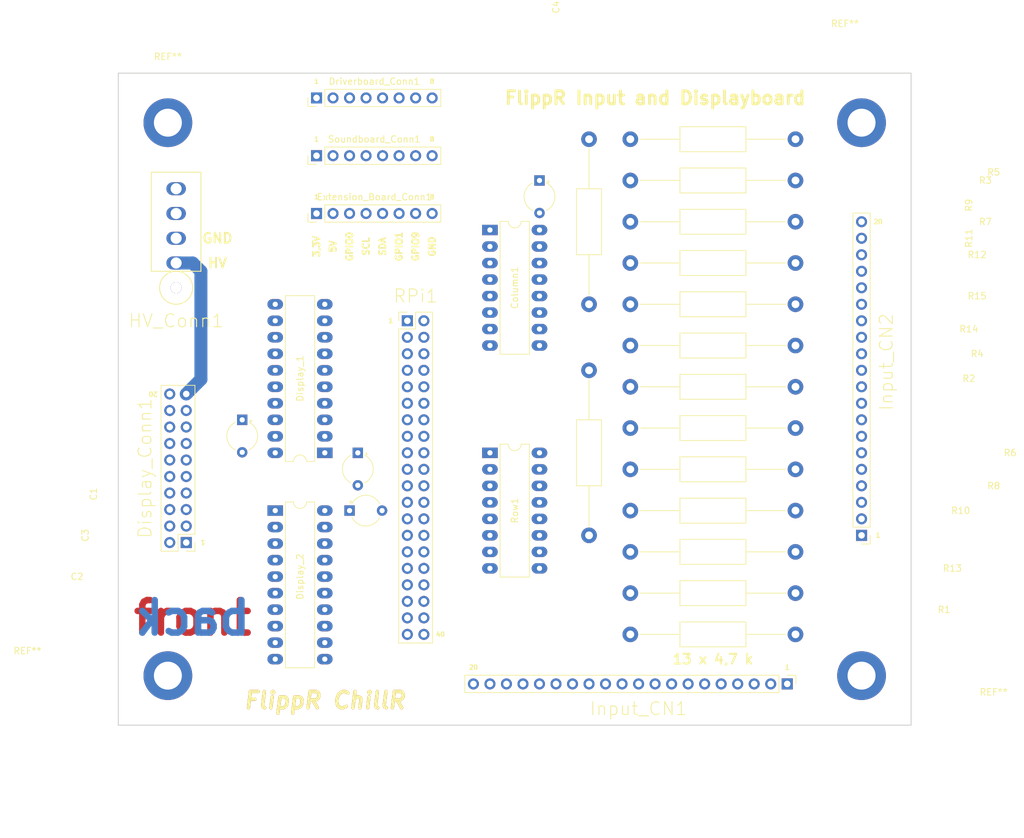
<source format=kicad_pcb>
(kicad_pcb (version 20171130) (host pcbnew 5.0.2-bee76a0~70~ubuntu18.04.1)

  (general
    (thickness 1.6)
    (drawings 34)
    (tracks 5)
    (zones 0)
    (modules 35)
    (nets 101)
  )

  (page A4)
  (layers
    (0 F.Cu signal)
    (31 B.Cu signal)
    (32 B.Adhes user)
    (33 F.Adhes user)
    (34 B.Paste user)
    (35 F.Paste user)
    (36 B.SilkS user)
    (37 F.SilkS user)
    (38 B.Mask user)
    (39 F.Mask user)
    (40 Dwgs.User user)
    (41 Cmts.User user)
    (42 Eco1.User user)
    (43 Eco2.User user)
    (44 Edge.Cuts user)
    (45 Margin user)
    (46 B.CrtYd user)
    (47 F.CrtYd user)
    (48 B.Fab user)
    (49 F.Fab user)
  )

  (setup
    (last_trace_width 0.25)
    (trace_clearance 0.2)
    (zone_clearance 0.508)
    (zone_45_only no)
    (trace_min 0.2)
    (segment_width 0.2)
    (edge_width 0.15)
    (via_size 0.8)
    (via_drill 0.4)
    (via_min_size 0.4)
    (via_min_drill 0.3)
    (uvia_size 0.3)
    (uvia_drill 0.1)
    (uvias_allowed no)
    (uvia_min_size 0.2)
    (uvia_min_drill 0.1)
    (pcb_text_width 0.3)
    (pcb_text_size 1.5 1.5)
    (mod_edge_width 0.15)
    (mod_text_size 1 1)
    (mod_text_width 0.15)
    (pad_size 8.5 8.5)
    (pad_drill 4.1)
    (pad_to_mask_clearance 0.051)
    (solder_mask_min_width 0.25)
    (aux_axis_origin 0 0)
    (visible_elements FFFFFF7F)
    (pcbplotparams
      (layerselection 0x010fc_ffffffff)
      (usegerberextensions false)
      (usegerberattributes false)
      (usegerberadvancedattributes false)
      (creategerberjobfile false)
      (excludeedgelayer true)
      (linewidth 0.100000)
      (plotframeref false)
      (viasonmask false)
      (mode 1)
      (useauxorigin false)
      (hpglpennumber 1)
      (hpglpenspeed 20)
      (hpglpendiameter 15.000000)
      (psnegative false)
      (psa4output false)
      (plotreference true)
      (plotvalue true)
      (plotinvisibletext false)
      (padsonsilk false)
      (subtractmaskfromsilk false)
      (outputformat 1)
      (mirror false)
      (drillshape 1)
      (scaleselection 1)
      (outputdirectory ""))
  )

  (net 0 "")
  (net 1 "Net-(Column1-Pad14)")
  (net 2 +3V3)
  (net 3 "Net-(Column1-Pad5)")
  (net 4 GND)
  (net 5 /Row_4)
  (net 6 "Net-(Column1-Pad2)")
  (net 7 /Row_5)
  (net 8 "Net-(Column1-Pad4)")
  (net 9 /Row_0)
  (net 10 "Net-(Column1-Pad1)")
  (net 11 /Row_2)
  (net 12 "Net-(Column1-Pad12)")
  (net 13 "Net-(Column1-Pad15)")
  (net 14 /Row_1)
  (net 15 "Net-(Column1-Pad13)")
  (net 16 /Row_3)
  (net 17 "Net-(Display_1-Pad11)")
  (net 18 /~S1)
  (net 19 "Net-(Display_1-Pad12)")
  (net 20 /~S2)
  (net 21 "Net-(Display_1-Pad13)")
  (net 22 /~S3)
  (net 23 "Net-(Display_1-Pad14)")
  (net 24 /~S4)
  (net 25 "Net-(Display_1-Pad15)")
  (net 26 /~S5)
  (net 27 "Net-(Display_1-Pad16)")
  (net 28 /~S6)
  (net 29 "Net-(Display_1-Pad17)")
  (net 30 /~RUN)
  (net 31 "Net-(Display_1-Pad18)")
  (net 32 "Net-(Display_1-Pad9)")
  (net 33 +5V)
  (net 34 /~LT)
  (net 35 "Net-(Display_2-Pad18)")
  (net 36 /~D3)
  (net 37 "Net-(Display_2-Pad17)")
  (net 38 /~D2)
  (net 39 "Net-(Display_2-Pad16)")
  (net 40 /~D1)
  (net 41 "Net-(Display_2-Pad15)")
  (net 42 /~D0)
  (net 43 "Net-(Display_2-Pad14)")
  (net 44 /~A2)
  (net 45 "Net-(Display_2-Pad13)")
  (net 46 /~A1)
  (net 47 "Net-(Display_2-Pad12)")
  (net 48 /~A0)
  (net 49 "Net-(Display_2-Pad11)")
  (net 50 "Net-(Column1-Pad9)")
  (net 51 "Net-(Column1-Pad10)")
  (net 52 "Net-(Column1-Pad3)")
  (net 53 "Net-(Column1-Pad11)")
  (net 54 "Net-(Row1-Pad4)")
  (net 55 "Net-(RPi1-Pad8)")
  (net 56 "Net-(RPi1-Pad10)")
  (net 57 "Net-(RPi1-Pad12)")
  (net 58 "Net-(Driverboard_Conn1-Pad5)")
  (net 59 "Net-(Driverboard_Conn1-Pad4)")
  (net 60 "Net-(RPi1-Pad19)")
  (net 61 "Net-(Display_Conn1-Pad15)")
  (net 62 "Net-(Display_Conn1-Pad19)")
  (net 63 "Net-(Display_Conn1-Pad20)")
  (net 64 "Net-(Input_CN2-Pad1)")
  (net 65 "Net-(Input_CN2-Pad2)")
  (net 66 "Net-(Input_CN2-Pad8)")
  (net 67 "Net-(Input_CN2-Pad9)")
  (net 68 "Net-(Input_CN2-Pad18)")
  (net 69 "Net-(Input_CN2-Pad19)")
  (net 70 "Net-(Input_CN2-Pad20)")
  (net 71 "Net-(Input_CN1-Pad20)")
  (net 72 "Net-(Input_CN1-Pad19)")
  (net 73 "Net-(Input_CN1-Pad18)")
  (net 74 "Net-(Input_CN1-Pad17)")
  (net 75 "Net-(Input_CN1-Pad16)")
  (net 76 "Net-(Input_CN1-Pad15)")
  (net 77 "Net-(Input_CN1-Pad14)")
  (net 78 "Net-(Input_CN1-Pad13)")
  (net 79 "Net-(Input_CN1-Pad12)")
  (net 80 "Net-(Input_CN1-Pad11)")
  (net 81 "Net-(Input_CN1-Pad10)")
  (net 82 "Net-(Input_CN1-Pad9)")
  (net 83 "Net-(Input_CN1-Pad8)")
  (net 84 "Net-(Input_CN1-Pad5)")
  (net 85 "Net-(Input_CN1-Pad4)")
  (net 86 "Net-(Input_CN1-Pad3)")
  (net 87 "Net-(Input_CN1-Pad2)")
  (net 88 "Net-(Input_CN1-Pad1)")
  (net 89 "Net-(Extension_Board_Conn1-Pad3)")
  (net 90 "Net-(Extension_Board_Conn1-Pad6)")
  (net 91 "Net-(Extension_Board_Conn1-Pad7)")
  (net 92 "Net-(Driverboard_Conn1-Pad7)")
  (net 93 "Net-(Driverboard_Conn1-Pad6)")
  (net 94 "Net-(Driverboard_Conn1-Pad3)")
  (net 95 "Net-(Soundboard_Conn1-Pad3)")
  (net 96 "Net-(Soundboard_Conn1-Pad6)")
  (net 97 "Net-(Soundboard_Conn1-Pad7)")
  (net 98 /5.6V)
  (net 99 /PowerFailure)
  (net 100 +5C)

  (net_class Default "This is the default net class."
    (clearance 0.2)
    (trace_width 0.25)
    (via_dia 0.8)
    (via_drill 0.4)
    (uvia_dia 0.3)
    (uvia_drill 0.1)
    (add_net +3V3)
    (add_net +5C)
    (add_net +5V)
    (add_net /5.6V)
    (add_net /PowerFailure)
    (add_net /Row_0)
    (add_net /Row_1)
    (add_net /Row_2)
    (add_net /Row_3)
    (add_net /Row_4)
    (add_net /Row_5)
    (add_net /~A0)
    (add_net /~A1)
    (add_net /~A2)
    (add_net /~D0)
    (add_net /~D1)
    (add_net /~D2)
    (add_net /~D3)
    (add_net /~LT)
    (add_net /~RUN)
    (add_net /~S1)
    (add_net /~S2)
    (add_net /~S3)
    (add_net /~S4)
    (add_net /~S5)
    (add_net /~S6)
    (add_net GND)
    (add_net "Net-(Column1-Pad1)")
    (add_net "Net-(Column1-Pad10)")
    (add_net "Net-(Column1-Pad11)")
    (add_net "Net-(Column1-Pad12)")
    (add_net "Net-(Column1-Pad13)")
    (add_net "Net-(Column1-Pad14)")
    (add_net "Net-(Column1-Pad15)")
    (add_net "Net-(Column1-Pad2)")
    (add_net "Net-(Column1-Pad3)")
    (add_net "Net-(Column1-Pad4)")
    (add_net "Net-(Column1-Pad5)")
    (add_net "Net-(Column1-Pad9)")
    (add_net "Net-(Display_1-Pad11)")
    (add_net "Net-(Display_1-Pad12)")
    (add_net "Net-(Display_1-Pad13)")
    (add_net "Net-(Display_1-Pad14)")
    (add_net "Net-(Display_1-Pad15)")
    (add_net "Net-(Display_1-Pad16)")
    (add_net "Net-(Display_1-Pad17)")
    (add_net "Net-(Display_1-Pad18)")
    (add_net "Net-(Display_1-Pad9)")
    (add_net "Net-(Display_2-Pad11)")
    (add_net "Net-(Display_2-Pad12)")
    (add_net "Net-(Display_2-Pad13)")
    (add_net "Net-(Display_2-Pad14)")
    (add_net "Net-(Display_2-Pad15)")
    (add_net "Net-(Display_2-Pad16)")
    (add_net "Net-(Display_2-Pad17)")
    (add_net "Net-(Display_2-Pad18)")
    (add_net "Net-(Display_Conn1-Pad15)")
    (add_net "Net-(Display_Conn1-Pad19)")
    (add_net "Net-(Display_Conn1-Pad20)")
    (add_net "Net-(Driverboard_Conn1-Pad3)")
    (add_net "Net-(Driverboard_Conn1-Pad4)")
    (add_net "Net-(Driverboard_Conn1-Pad5)")
    (add_net "Net-(Driverboard_Conn1-Pad6)")
    (add_net "Net-(Driverboard_Conn1-Pad7)")
    (add_net "Net-(Extension_Board_Conn1-Pad3)")
    (add_net "Net-(Extension_Board_Conn1-Pad6)")
    (add_net "Net-(Extension_Board_Conn1-Pad7)")
    (add_net "Net-(Input_CN1-Pad1)")
    (add_net "Net-(Input_CN1-Pad10)")
    (add_net "Net-(Input_CN1-Pad11)")
    (add_net "Net-(Input_CN1-Pad12)")
    (add_net "Net-(Input_CN1-Pad13)")
    (add_net "Net-(Input_CN1-Pad14)")
    (add_net "Net-(Input_CN1-Pad15)")
    (add_net "Net-(Input_CN1-Pad16)")
    (add_net "Net-(Input_CN1-Pad17)")
    (add_net "Net-(Input_CN1-Pad18)")
    (add_net "Net-(Input_CN1-Pad19)")
    (add_net "Net-(Input_CN1-Pad2)")
    (add_net "Net-(Input_CN1-Pad20)")
    (add_net "Net-(Input_CN1-Pad3)")
    (add_net "Net-(Input_CN1-Pad4)")
    (add_net "Net-(Input_CN1-Pad5)")
    (add_net "Net-(Input_CN1-Pad8)")
    (add_net "Net-(Input_CN1-Pad9)")
    (add_net "Net-(Input_CN2-Pad1)")
    (add_net "Net-(Input_CN2-Pad18)")
    (add_net "Net-(Input_CN2-Pad19)")
    (add_net "Net-(Input_CN2-Pad2)")
    (add_net "Net-(Input_CN2-Pad20)")
    (add_net "Net-(Input_CN2-Pad8)")
    (add_net "Net-(Input_CN2-Pad9)")
    (add_net "Net-(RPi1-Pad10)")
    (add_net "Net-(RPi1-Pad12)")
    (add_net "Net-(RPi1-Pad19)")
    (add_net "Net-(RPi1-Pad8)")
    (add_net "Net-(Row1-Pad4)")
    (add_net "Net-(Soundboard_Conn1-Pad3)")
    (add_net "Net-(Soundboard_Conn1-Pad6)")
    (add_net "Net-(Soundboard_Conn1-Pad7)")
  )

  (module Capacitor_THT:CP_Radial_Tantal_D4.5mm_P5.00mm (layer F.Cu) (tedit 5AE50EF0) (tstamp 5C65C79A)
    (at 120.65 104.14 270)
    (descr "CP, Radial_Tantal series, Radial, pin pitch=5.00mm, , diameter=4.5mm, Tantal Electrolytic Capacitor, http://cdn-reichelt.de/documents/datenblatt/B300/TANTAL-TB-Serie%23.pdf")
    (tags "CP Radial_Tantal series Radial pin pitch 5.00mm  diameter 4.5mm Tantal Electrolytic Capacitor")
    (path /5C658A9E)
    (fp_text reference C1 (at 6.35 40.64 270) (layer F.SilkS)
      (effects (font (size 1 1) (thickness 0.15)))
    )
    (fp_text value C_Small (at 2.5 3.5 270) (layer F.Fab)
      (effects (font (size 1 1) (thickness 0.15)))
    )
    (fp_text user %R (at 2.5 0 270) (layer F.Fab)
      (effects (font (size 0.9 0.9) (thickness 0.135)))
    )
    (fp_line (start 0.187712 -1.56) (end 0.187712 -1.11) (layer F.SilkS) (width 0.12))
    (fp_line (start -0.037288 -1.335) (end 0.412712 -1.335) (layer F.SilkS) (width 0.12))
    (fp_line (start 0.80692 -1.2025) (end 0.80692 -0.7525) (layer F.Fab) (width 0.1))
    (fp_line (start 0.58192 -0.9775) (end 1.03192 -0.9775) (layer F.Fab) (width 0.1))
    (fp_circle (center 2.5 0) (end 6.22 0) (layer F.CrtYd) (width 0.05))
    (fp_circle (center 2.5 0) (end 4.75 0) (layer F.Fab) (width 0.1))
    (fp_arc (start 2.5 0) (end 0.380259 1.06) (angle -126.864288) (layer F.SilkS) (width 0.12))
    (fp_arc (start 2.5 0) (end 0.380259 -1.06) (angle 126.864288) (layer F.SilkS) (width 0.12))
    (pad 2 thru_hole circle (at 5 0 270) (size 1.6 1.6) (drill 0.8) (layers *.Cu *.Mask)
      (net 4 GND))
    (pad 1 thru_hole rect (at 0 0 270) (size 1.6 1.6) (drill 0.8) (layers *.Cu *.Mask)
      (net 2 +3V3))
    (model ${KISYS3DMOD}/Capacitor_THT.3dshapes/CP_Radial_Tantal_D4.5mm_P5.00mm.wrl
      (at (xyz 0 0 0))
      (scale (xyz 1 1 1))
      (rotate (xyz 0 0 0))
    )
  )

  (module Capacitor_THT:CP_Radial_Tantal_D4.5mm_P5.00mm (layer F.Cu) (tedit 5AE50EF0) (tstamp 5C65C78B)
    (at 119.38 113.03)
    (descr "CP, Radial_Tantal series, Radial, pin pitch=5.00mm, , diameter=4.5mm, Tantal Electrolytic Capacitor, http://cdn-reichelt.de/documents/datenblatt/B300/TANTAL-TB-Serie%23.pdf")
    (tags "CP Radial_Tantal series Radial pin pitch 5.00mm  diameter 4.5mm Tantal Electrolytic Capacitor")
    (path /5C68B326)
    (fp_text reference C2 (at -41.91 10.16) (layer F.SilkS)
      (effects (font (size 1 1) (thickness 0.15)))
    )
    (fp_text value C_Small (at 2.5 3.5) (layer F.Fab)
      (effects (font (size 1 1) (thickness 0.15)))
    )
    (fp_arc (start 2.5 0) (end 0.380259 -1.06) (angle 126.864288) (layer F.SilkS) (width 0.12))
    (fp_arc (start 2.5 0) (end 0.380259 1.06) (angle -126.864288) (layer F.SilkS) (width 0.12))
    (fp_circle (center 2.5 0) (end 4.75 0) (layer F.Fab) (width 0.1))
    (fp_circle (center 2.5 0) (end 6.22 0) (layer F.CrtYd) (width 0.05))
    (fp_line (start 0.58192 -0.9775) (end 1.03192 -0.9775) (layer F.Fab) (width 0.1))
    (fp_line (start 0.80692 -1.2025) (end 0.80692 -0.7525) (layer F.Fab) (width 0.1))
    (fp_line (start -0.037288 -1.335) (end 0.412712 -1.335) (layer F.SilkS) (width 0.12))
    (fp_line (start 0.187712 -1.56) (end 0.187712 -1.11) (layer F.SilkS) (width 0.12))
    (fp_text user %R (at 2.5 0) (layer F.Fab)
      (effects (font (size 0.9 0.9) (thickness 0.135)))
    )
    (pad 1 thru_hole rect (at 0 0) (size 1.6 1.6) (drill 0.8) (layers *.Cu *.Mask)
      (net 33 +5V))
    (pad 2 thru_hole circle (at 5 0) (size 1.6 1.6) (drill 0.8) (layers *.Cu *.Mask)
      (net 4 GND))
    (model ${KISYS3DMOD}/Capacitor_THT.3dshapes/CP_Radial_Tantal_D4.5mm_P5.00mm.wrl
      (at (xyz 0 0 0))
      (scale (xyz 1 1 1))
      (rotate (xyz 0 0 0))
    )
  )

  (module Capacitor_THT:CP_Radial_Tantal_D4.5mm_P5.00mm (layer F.Cu) (tedit 5AE50EF0) (tstamp 5C65C77C)
    (at 102.87 99.06 270)
    (descr "CP, Radial_Tantal series, Radial, pin pitch=5.00mm, , diameter=4.5mm, Tantal Electrolytic Capacitor, http://cdn-reichelt.de/documents/datenblatt/B300/TANTAL-TB-Serie%23.pdf")
    (tags "CP Radial_Tantal series Radial pin pitch 5.00mm  diameter 4.5mm Tantal Electrolytic Capacitor")
    (path /5C68C137)
    (fp_text reference C3 (at 17.78 24.13 270) (layer F.SilkS)
      (effects (font (size 1 1) (thickness 0.15)))
    )
    (fp_text value C_Small (at 2.5 3.5 270) (layer F.Fab)
      (effects (font (size 1 1) (thickness 0.15)))
    )
    (fp_text user %R (at 2.5 0 270) (layer F.Fab)
      (effects (font (size 0.9 0.9) (thickness 0.135)))
    )
    (fp_line (start 0.187712 -1.56) (end 0.187712 -1.11) (layer F.SilkS) (width 0.12))
    (fp_line (start -0.037288 -1.335) (end 0.412712 -1.335) (layer F.SilkS) (width 0.12))
    (fp_line (start 0.80692 -1.2025) (end 0.80692 -0.7525) (layer F.Fab) (width 0.1))
    (fp_line (start 0.58192 -0.9775) (end 1.03192 -0.9775) (layer F.Fab) (width 0.1))
    (fp_circle (center 2.5 0) (end 6.22 0) (layer F.CrtYd) (width 0.05))
    (fp_circle (center 2.5 0) (end 4.75 0) (layer F.Fab) (width 0.1))
    (fp_arc (start 2.5 0) (end 0.380259 1.06) (angle -126.864288) (layer F.SilkS) (width 0.12))
    (fp_arc (start 2.5 0) (end 0.380259 -1.06) (angle 126.864288) (layer F.SilkS) (width 0.12))
    (pad 2 thru_hole circle (at 5 0 270) (size 1.6 1.6) (drill 0.8) (layers *.Cu *.Mask)
      (net 2 +3V3))
    (pad 1 thru_hole rect (at 0 0 270) (size 1.6 1.6) (drill 0.8) (layers *.Cu *.Mask)
      (net 4 GND))
    (model ${KISYS3DMOD}/Capacitor_THT.3dshapes/CP_Radial_Tantal_D4.5mm_P5.00mm.wrl
      (at (xyz 0 0 0))
      (scale (xyz 1 1 1))
      (rotate (xyz 0 0 0))
    )
  )

  (module Capacitor_THT:CP_Radial_Tantal_D4.5mm_P5.00mm (layer F.Cu) (tedit 5AE50EF0) (tstamp 5C65C76D)
    (at 148.59 62.23 270)
    (descr "CP, Radial_Tantal series, Radial, pin pitch=5.00mm, , diameter=4.5mm, Tantal Electrolytic Capacitor, http://cdn-reichelt.de/documents/datenblatt/B300/TANTAL-TB-Serie%23.pdf")
    (tags "CP Radial_Tantal series Radial pin pitch 5.00mm  diameter 4.5mm Tantal Electrolytic Capacitor")
    (path /5C68BCD2)
    (fp_text reference C4 (at -26.67 -2.54 270) (layer F.SilkS)
      (effects (font (size 1 1) (thickness 0.15)))
    )
    (fp_text value C_Small (at 2.5 3.5 270) (layer F.Fab)
      (effects (font (size 1 1) (thickness 0.15)))
    )
    (fp_arc (start 2.5 0) (end 0.380259 -1.06) (angle 126.864288) (layer F.SilkS) (width 0.12))
    (fp_arc (start 2.5 0) (end 0.380259 1.06) (angle -126.864288) (layer F.SilkS) (width 0.12))
    (fp_circle (center 2.5 0) (end 4.75 0) (layer F.Fab) (width 0.1))
    (fp_circle (center 2.5 0) (end 6.22 0) (layer F.CrtYd) (width 0.05))
    (fp_line (start 0.58192 -0.9775) (end 1.03192 -0.9775) (layer F.Fab) (width 0.1))
    (fp_line (start 0.80692 -1.2025) (end 0.80692 -0.7525) (layer F.Fab) (width 0.1))
    (fp_line (start -0.037288 -1.335) (end 0.412712 -1.335) (layer F.SilkS) (width 0.12))
    (fp_line (start 0.187712 -1.56) (end 0.187712 -1.11) (layer F.SilkS) (width 0.12))
    (fp_text user %R (at 2.5 0 270) (layer F.Fab)
      (effects (font (size 0.9 0.9) (thickness 0.135)))
    )
    (pad 1 thru_hole rect (at 0 0 270) (size 1.6 1.6) (drill 0.8) (layers *.Cu *.Mask)
      (net 4 GND))
    (pad 2 thru_hole circle (at 5 0 270) (size 1.6 1.6) (drill 0.8) (layers *.Cu *.Mask)
      (net 2 +3V3))
    (model ${KISYS3DMOD}/Capacitor_THT.3dshapes/CP_Radial_Tantal_D4.5mm_P5.00mm.wrl
      (at (xyz 0 0 0))
      (scale (xyz 1 1 1))
      (rotate (xyz 0 0 0))
    )
  )

  (module Connector:Dicker170V_Conn (layer F.Cu) (tedit 5C536FA3) (tstamp 5C54E2C5)
    (at 92.71 71.12)
    (path /5C566356)
    (fp_text reference HV_Conn1 (at 0 12.7) (layer F.SilkS)
      (effects (font (size 2 2) (thickness 0.15)))
    )
    (fp_text value Conn_01x04_Male (at -20.32 -6.35) (layer F.Fab)
      (effects (font (size 1 1) (thickness 0.15)))
    )
    (fp_line (start -3.81 5.08) (end -3.81 -10.16) (layer F.Fab) (width 0.15))
    (fp_line (start -3.81 -10.16) (end 3.81 -10.16) (layer F.Fab) (width 0.15))
    (fp_line (start 3.81 -10.16) (end 3.81 5.08) (layer F.Fab) (width 0.15))
    (fp_line (start -3.81 5.08) (end 3.81 5.08) (layer F.Fab) (width 0.15))
    (fp_circle (center 0 7.62) (end 2.55 7.62) (layer F.Fab) (width 0.15))
    (fp_line (start -3.81 -10.16) (end -3.81 5.08) (layer F.SilkS) (width 0.15))
    (fp_line (start -3.81 5.08) (end 3.81 5.08) (layer F.SilkS) (width 0.15))
    (fp_line (start 3.81 5.08) (end 3.81 -10.16) (layer F.SilkS) (width 0.15))
    (fp_line (start 3.81 -10.16) (end -3.81 -10.16) (layer F.SilkS) (width 0.15))
    (fp_circle (center 0 7.62) (end 2.54 7.62) (layer F.SilkS) (width 0.15))
    (pad 2 thru_hole oval (at 0 0) (size 3 2) (drill 1.7) (layers *.Cu *.Mask)
      (net 4 GND))
    (pad 4 thru_hole oval (at 0 -7.62) (size 3 2) (drill 1.7) (layers *.Cu *.Mask)
      (net 98 /5.6V))
    (pad 3 thru_hole oval (at 0 -3.81) (size 3 2) (drill 1.7) (layers *.Cu *.Mask)
      (net 99 /PowerFailure))
    (pad 1 thru_hole oval (at 0 3.81) (size 3 2) (drill 1.7) (layers *.Cu *.Mask)
      (net 62 "Net-(Display_Conn1-Pad19)"))
    (pad 0 thru_hole oval (at 0 7.62) (size 1.7 1.7) (drill 1.7) (layers *.Cu *.Mask))
  )

  (module Connector_PinHeader_2.54mm:PinHeader_1x08_P2.54mm_Vertical (layer F.Cu) (tedit 5C536F6B) (tstamp 5C54E2B2)
    (at 114.3 58.42 90)
    (descr "Through hole straight pin header, 1x08, 2.54mm pitch, single row")
    (tags "Through hole pin header THT 1x08 2.54mm single row")
    (path /5C4A6D5D)
    (fp_text reference Soundboard_Conn1 (at 2.54 8.89 180) (layer F.SilkS)
      (effects (font (size 1 1) (thickness 0.15)))
    )
    (fp_text value Conn_01x08 (at 0 20.11 90) (layer F.Fab)
      (effects (font (size 1 1) (thickness 0.15)))
    )
    (fp_line (start -0.635 -1.27) (end 1.27 -1.27) (layer F.Fab) (width 0.1))
    (fp_line (start 1.27 -1.27) (end 1.27 19.05) (layer F.Fab) (width 0.1))
    (fp_line (start 1.27 19.05) (end -1.27 19.05) (layer F.Fab) (width 0.1))
    (fp_line (start -1.27 19.05) (end -1.27 -0.635) (layer F.Fab) (width 0.1))
    (fp_line (start -1.27 -0.635) (end -0.635 -1.27) (layer F.Fab) (width 0.1))
    (fp_line (start -1.33 19.11) (end 1.33 19.11) (layer F.SilkS) (width 0.12))
    (fp_line (start -1.33 1.27) (end -1.33 19.11) (layer F.SilkS) (width 0.12))
    (fp_line (start 1.33 1.27) (end 1.33 19.11) (layer F.SilkS) (width 0.12))
    (fp_line (start -1.33 1.27) (end 1.33 1.27) (layer F.SilkS) (width 0.12))
    (fp_line (start -1.33 0) (end -1.33 -1.33) (layer F.SilkS) (width 0.12))
    (fp_line (start -1.33 -1.33) (end 0 -1.33) (layer F.SilkS) (width 0.12))
    (fp_line (start -1.8 -1.8) (end -1.8 19.55) (layer F.CrtYd) (width 0.05))
    (fp_line (start -1.8 19.55) (end 1.8 19.55) (layer F.CrtYd) (width 0.05))
    (fp_line (start 1.8 19.55) (end 1.8 -1.8) (layer F.CrtYd) (width 0.05))
    (fp_line (start 1.8 -1.8) (end -1.8 -1.8) (layer F.CrtYd) (width 0.05))
    (fp_text user %R (at 0 8.89 180) (layer F.Fab)
      (effects (font (size 1 1) (thickness 0.15)))
    )
    (pad 1 thru_hole rect (at 0 0 90) (size 1.7 1.7) (drill 1) (layers *.Cu *.Mask)
      (net 2 +3V3))
    (pad 2 thru_hole oval (at 0 2.54 90) (size 1.7 1.7) (drill 1) (layers *.Cu *.Mask)
      (net 33 +5V))
    (pad 3 thru_hole oval (at 0 5.08 90) (size 1.7 1.7) (drill 1) (layers *.Cu *.Mask)
      (net 95 "Net-(Soundboard_Conn1-Pad3)"))
    (pad 4 thru_hole oval (at 0 7.62 90) (size 1.7 1.7) (drill 1) (layers *.Cu *.Mask)
      (net 59 "Net-(Driverboard_Conn1-Pad4)"))
    (pad 5 thru_hole oval (at 0 10.16 90) (size 1.7 1.7) (drill 1) (layers *.Cu *.Mask)
      (net 58 "Net-(Driverboard_Conn1-Pad5)"))
    (pad 6 thru_hole oval (at 0 12.7 90) (size 1.7 1.7) (drill 1) (layers *.Cu *.Mask)
      (net 96 "Net-(Soundboard_Conn1-Pad6)"))
    (pad 7 thru_hole oval (at 0 15.24 90) (size 1.7 1.7) (drill 1) (layers *.Cu *.Mask)
      (net 97 "Net-(Soundboard_Conn1-Pad7)"))
    (pad 8 thru_hole oval (at 0 17.78 90) (size 1.7 1.7) (drill 1) (layers *.Cu *.Mask)
      (net 4 GND))
    (model ${KISYS3DMOD}/Connector_PinHeader_2.54mm.3dshapes/PinHeader_1x08_P2.54mm_Vertical.wrl
      (at (xyz 0 0 0))
      (scale (xyz 1 1 1))
      (rotate (xyz 0 0 0))
    )
  )

  (module Connector_PinHeader_2.54mm:PinHeader_1x08_P2.54mm_Vertical (layer F.Cu) (tedit 5C536F7A) (tstamp 5C54E296)
    (at 114.3 49.53 90)
    (descr "Through hole straight pin header, 1x08, 2.54mm pitch, single row")
    (tags "Through hole pin header THT 1x08 2.54mm single row")
    (path /5C4A7039)
    (fp_text reference Driverboard_Conn1 (at 2.54 8.89 180) (layer F.SilkS)
      (effects (font (size 1 1) (thickness 0.15)))
    )
    (fp_text value Conn_01x08 (at 0 20.11 90) (layer F.Fab)
      (effects (font (size 1 1) (thickness 0.15)))
    )
    (fp_text user %R (at 0 8.89 180) (layer F.Fab)
      (effects (font (size 1 1) (thickness 0.15)))
    )
    (fp_line (start 1.8 -1.8) (end -1.8 -1.8) (layer F.CrtYd) (width 0.05))
    (fp_line (start 1.8 19.55) (end 1.8 -1.8) (layer F.CrtYd) (width 0.05))
    (fp_line (start -1.8 19.55) (end 1.8 19.55) (layer F.CrtYd) (width 0.05))
    (fp_line (start -1.8 -1.8) (end -1.8 19.55) (layer F.CrtYd) (width 0.05))
    (fp_line (start -1.33 -1.33) (end 0 -1.33) (layer F.SilkS) (width 0.12))
    (fp_line (start -1.33 0) (end -1.33 -1.33) (layer F.SilkS) (width 0.12))
    (fp_line (start -1.33 1.27) (end 1.33 1.27) (layer F.SilkS) (width 0.12))
    (fp_line (start 1.33 1.27) (end 1.33 19.11) (layer F.SilkS) (width 0.12))
    (fp_line (start -1.33 1.27) (end -1.33 19.11) (layer F.SilkS) (width 0.12))
    (fp_line (start -1.33 19.11) (end 1.33 19.11) (layer F.SilkS) (width 0.12))
    (fp_line (start -1.27 -0.635) (end -0.635 -1.27) (layer F.Fab) (width 0.1))
    (fp_line (start -1.27 19.05) (end -1.27 -0.635) (layer F.Fab) (width 0.1))
    (fp_line (start 1.27 19.05) (end -1.27 19.05) (layer F.Fab) (width 0.1))
    (fp_line (start 1.27 -1.27) (end 1.27 19.05) (layer F.Fab) (width 0.1))
    (fp_line (start -0.635 -1.27) (end 1.27 -1.27) (layer F.Fab) (width 0.1))
    (pad 8 thru_hole oval (at 0 17.78 90) (size 1.7 1.7) (drill 1) (layers *.Cu *.Mask)
      (net 4 GND))
    (pad 7 thru_hole oval (at 0 15.24 90) (size 1.7 1.7) (drill 1) (layers *.Cu *.Mask)
      (net 92 "Net-(Driverboard_Conn1-Pad7)"))
    (pad 6 thru_hole oval (at 0 12.7 90) (size 1.7 1.7) (drill 1) (layers *.Cu *.Mask)
      (net 93 "Net-(Driverboard_Conn1-Pad6)"))
    (pad 5 thru_hole oval (at 0 10.16 90) (size 1.7 1.7) (drill 1) (layers *.Cu *.Mask)
      (net 58 "Net-(Driverboard_Conn1-Pad5)"))
    (pad 4 thru_hole oval (at 0 7.62 90) (size 1.7 1.7) (drill 1) (layers *.Cu *.Mask)
      (net 59 "Net-(Driverboard_Conn1-Pad4)"))
    (pad 3 thru_hole oval (at 0 5.08 90) (size 1.7 1.7) (drill 1) (layers *.Cu *.Mask)
      (net 94 "Net-(Driverboard_Conn1-Pad3)"))
    (pad 2 thru_hole oval (at 0 2.54 90) (size 1.7 1.7) (drill 1) (layers *.Cu *.Mask)
      (net 33 +5V))
    (pad 1 thru_hole rect (at 0 0 90) (size 1.7 1.7) (drill 1) (layers *.Cu *.Mask)
      (net 2 +3V3))
    (model ${KISYS3DMOD}/Connector_PinHeader_2.54mm.3dshapes/PinHeader_1x08_P2.54mm_Vertical.wrl
      (at (xyz 0 0 0))
      (scale (xyz 1 1 1))
      (rotate (xyz 0 0 0))
    )
  )

  (module Connector_PinHeader_2.54mm:PinHeader_1x08_P2.54mm_Vertical (layer F.Cu) (tedit 5C536EFF) (tstamp 5C54E27A)
    (at 114.3 67.31 90)
    (descr "Through hole straight pin header, 1x08, 2.54mm pitch, single row")
    (tags "Through hole pin header THT 1x08 2.54mm single row")
    (path /5C5DD701)
    (fp_text reference Extension_Board_Conn1 (at 2.54 8.89 180) (layer F.SilkS)
      (effects (font (size 1 1) (thickness 0.15)))
    )
    (fp_text value Conn_01x08 (at 0 20.11 90) (layer F.Fab)
      (effects (font (size 1 1) (thickness 0.15)))
    )
    (fp_line (start -0.635 -1.27) (end 1.27 -1.27) (layer F.Fab) (width 0.1))
    (fp_line (start 1.27 -1.27) (end 1.27 19.05) (layer F.Fab) (width 0.1))
    (fp_line (start 1.27 19.05) (end -1.27 19.05) (layer F.Fab) (width 0.1))
    (fp_line (start -1.27 19.05) (end -1.27 -0.635) (layer F.Fab) (width 0.1))
    (fp_line (start -1.27 -0.635) (end -0.635 -1.27) (layer F.Fab) (width 0.1))
    (fp_line (start -1.33 19.11) (end 1.33 19.11) (layer F.SilkS) (width 0.12))
    (fp_line (start -1.33 1.27) (end -1.33 19.11) (layer F.SilkS) (width 0.12))
    (fp_line (start 1.33 1.27) (end 1.33 19.11) (layer F.SilkS) (width 0.12))
    (fp_line (start -1.33 1.27) (end 1.33 1.27) (layer F.SilkS) (width 0.12))
    (fp_line (start -1.33 0) (end -1.33 -1.33) (layer F.SilkS) (width 0.12))
    (fp_line (start -1.33 -1.33) (end 0 -1.33) (layer F.SilkS) (width 0.12))
    (fp_line (start -1.8 -1.8) (end -1.8 19.55) (layer F.CrtYd) (width 0.05))
    (fp_line (start -1.8 19.55) (end 1.8 19.55) (layer F.CrtYd) (width 0.05))
    (fp_line (start 1.8 19.55) (end 1.8 -1.8) (layer F.CrtYd) (width 0.05))
    (fp_line (start 1.8 -1.8) (end -1.8 -1.8) (layer F.CrtYd) (width 0.05))
    (fp_text user %R (at 6.35 30.48 180) (layer F.Fab)
      (effects (font (size 1 1) (thickness 0.15)))
    )
    (pad 1 thru_hole rect (at 0 0 90) (size 1.7 1.7) (drill 1) (layers *.Cu *.Mask)
      (net 2 +3V3))
    (pad 2 thru_hole oval (at 0 2.54 90) (size 1.7 1.7) (drill 1) (layers *.Cu *.Mask)
      (net 100 +5C))
    (pad 3 thru_hole oval (at 0 5.08 90) (size 1.7 1.7) (drill 1) (layers *.Cu *.Mask)
      (net 89 "Net-(Extension_Board_Conn1-Pad3)"))
    (pad 4 thru_hole oval (at 0 7.62 90) (size 1.7 1.7) (drill 1) (layers *.Cu *.Mask)
      (net 59 "Net-(Driverboard_Conn1-Pad4)"))
    (pad 5 thru_hole oval (at 0 10.16 90) (size 1.7 1.7) (drill 1) (layers *.Cu *.Mask)
      (net 58 "Net-(Driverboard_Conn1-Pad5)"))
    (pad 6 thru_hole oval (at 0 12.7 90) (size 1.7 1.7) (drill 1) (layers *.Cu *.Mask)
      (net 90 "Net-(Extension_Board_Conn1-Pad6)"))
    (pad 7 thru_hole oval (at 0 15.24 90) (size 1.7 1.7) (drill 1) (layers *.Cu *.Mask)
      (net 91 "Net-(Extension_Board_Conn1-Pad7)"))
    (pad 8 thru_hole oval (at 0 17.78 90) (size 1.7 1.7) (drill 1) (layers *.Cu *.Mask)
      (net 4 GND))
    (model ${KISYS3DMOD}/Connector_PinHeader_2.54mm.3dshapes/PinHeader_1x08_P2.54mm_Vertical.wrl
      (at (xyz 0 0 0))
      (scale (xyz 1 1 1))
      (rotate (xyz 0 0 0))
    )
  )

  (module Connector_PinHeader_2.54mm:PinHeader_2x10_P2.54mm_Vertical (layer F.Cu) (tedit 5C536F9F) (tstamp 5C54E20E)
    (at 94.2652 117.947 180)
    (descr "Through hole straight pin header, 2x10, 2.54mm pitch, double rows")
    (tags "Through hole pin header THT 2x10 2.54mm double row")
    (path /5C4A4311)
    (fp_text reference Display_Conn1 (at 6.35 11.43 270) (layer F.SilkS)
      (effects (font (size 2 2) (thickness 0.15)))
    )
    (fp_text value Conn_02x10_Odd_Even (at -24.13 13.97 180) (layer F.Fab)
      (effects (font (size 1 1) (thickness 0.15)))
    )
    (fp_line (start 0 -1.27) (end 3.81 -1.27) (layer F.Fab) (width 0.1))
    (fp_line (start 3.81 -1.27) (end 3.81 24.13) (layer F.Fab) (width 0.1))
    (fp_line (start 3.81 24.13) (end -1.27 24.13) (layer F.Fab) (width 0.1))
    (fp_line (start -1.27 24.13) (end -1.27 0) (layer F.Fab) (width 0.1))
    (fp_line (start -1.27 0) (end 0 -1.27) (layer F.Fab) (width 0.1))
    (fp_line (start -1.33 24.19) (end 3.87 24.19) (layer F.SilkS) (width 0.12))
    (fp_line (start -1.33 1.27) (end -1.33 24.19) (layer F.SilkS) (width 0.12))
    (fp_line (start 3.87 -1.33) (end 3.87 24.19) (layer F.SilkS) (width 0.12))
    (fp_line (start -1.33 1.27) (end 1.27 1.27) (layer F.SilkS) (width 0.12))
    (fp_line (start 1.27 1.27) (end 1.27 -1.33) (layer F.SilkS) (width 0.12))
    (fp_line (start 1.27 -1.33) (end 3.87 -1.33) (layer F.SilkS) (width 0.12))
    (fp_line (start -1.33 0) (end -1.33 -1.33) (layer F.SilkS) (width 0.12))
    (fp_line (start -1.33 -1.33) (end 0 -1.33) (layer F.SilkS) (width 0.12))
    (fp_line (start -1.8 -1.8) (end -1.8 24.65) (layer F.CrtYd) (width 0.05))
    (fp_line (start -1.8 24.65) (end 4.35 24.65) (layer F.CrtYd) (width 0.05))
    (fp_line (start 4.35 24.65) (end 4.35 -1.8) (layer F.CrtYd) (width 0.05))
    (fp_line (start 4.35 -1.8) (end -1.8 -1.8) (layer F.CrtYd) (width 0.05))
    (fp_text user %R (at 1.27 11.43 270) (layer F.Fab)
      (effects (font (size 1 1) (thickness 0.15)))
    )
    (pad 1 thru_hole rect (at 0 0 180) (size 1.7 1.7) (drill 1) (layers *.Cu *.Mask)
      (net 41 "Net-(Display_2-Pad15)"))
    (pad 2 thru_hole oval (at 2.54 0 180) (size 1.7 1.7) (drill 1) (layers *.Cu *.Mask)
      (net 19 "Net-(Display_1-Pad12)"))
    (pad 3 thru_hole oval (at 0 2.54 180) (size 1.7 1.7) (drill 1) (layers *.Cu *.Mask)
      (net 45 "Net-(Display_2-Pad13)"))
    (pad 4 thru_hole oval (at 2.54 2.54 180) (size 1.7 1.7) (drill 1) (layers *.Cu *.Mask)
      (net 43 "Net-(Display_2-Pad14)"))
    (pad 5 thru_hole oval (at 0 5.08 180) (size 1.7 1.7) (drill 1) (layers *.Cu *.Mask)
      (net 49 "Net-(Display_2-Pad11)"))
    (pad 6 thru_hole oval (at 2.54 5.08 180) (size 1.7 1.7) (drill 1) (layers *.Cu *.Mask)
      (net 47 "Net-(Display_2-Pad12)"))
    (pad 7 thru_hole oval (at 0 7.62 180) (size 1.7 1.7) (drill 1) (layers *.Cu *.Mask)
      (net 37 "Net-(Display_2-Pad17)"))
    (pad 8 thru_hole oval (at 2.54 7.62 180) (size 1.7 1.7) (drill 1) (layers *.Cu *.Mask)
      (net 35 "Net-(Display_2-Pad18)"))
    (pad 9 thru_hole oval (at 0 10.16 180) (size 1.7 1.7) (drill 1) (layers *.Cu *.Mask)
      (net 31 "Net-(Display_1-Pad18)"))
    (pad 10 thru_hole oval (at 2.54 10.16 180) (size 1.7 1.7) (drill 1) (layers *.Cu *.Mask)
      (net 39 "Net-(Display_2-Pad16)"))
    (pad 11 thru_hole oval (at 0 12.7 180) (size 1.7 1.7) (drill 1) (layers *.Cu *.Mask)
      (net 27 "Net-(Display_1-Pad16)"))
    (pad 12 thru_hole oval (at 2.54 12.7 180) (size 1.7 1.7) (drill 1) (layers *.Cu *.Mask)
      (net 29 "Net-(Display_1-Pad17)"))
    (pad 13 thru_hole oval (at 0 15.24 180) (size 1.7 1.7) (drill 1) (layers *.Cu *.Mask)
      (net 23 "Net-(Display_1-Pad14)"))
    (pad 14 thru_hole oval (at 2.54 15.24 180) (size 1.7 1.7) (drill 1) (layers *.Cu *.Mask)
      (net 25 "Net-(Display_1-Pad15)"))
    (pad 15 thru_hole oval (at 0 17.78 180) (size 1.7 1.7) (drill 1) (layers *.Cu *.Mask)
      (net 61 "Net-(Display_Conn1-Pad15)"))
    (pad 16 thru_hole oval (at 2.54 17.78 180) (size 1.7 1.7) (drill 1) (layers *.Cu *.Mask)
      (net 21 "Net-(Display_1-Pad13)"))
    (pad 17 thru_hole oval (at 0 20.32 180) (size 1.7 1.7) (drill 1) (layers *.Cu *.Mask)
      (net 4 GND))
    (pad 18 thru_hole oval (at 2.54 20.32 180) (size 1.7 1.7) (drill 1) (layers *.Cu *.Mask)
      (net 4 GND))
    (pad 19 thru_hole oval (at 0 22.86 180) (size 1.7 1.7) (drill 1) (layers *.Cu *.Mask)
      (net 62 "Net-(Display_Conn1-Pad19)"))
    (pad 20 thru_hole oval (at 2.54 22.86 180) (size 1.7 1.7) (drill 1) (layers *.Cu *.Mask)
      (net 63 "Net-(Display_Conn1-Pad20)"))
    (model ${KISYS3DMOD}/Connector_PinHeader_2.54mm.3dshapes/PinHeader_2x10_P2.54mm_Vertical.wrl
      (at (xyz 0 0 0))
      (scale (xyz 1 1 1))
      (rotate (xyz 0 0 0))
    )
  )

  (module Connector_PinHeader_2.54mm:PinHeader_2x20_P2.54mm_Vertical (layer F.Cu) (tedit 5C536F8C) (tstamp 5C54E1E4)
    (at 128.27 83.82)
    (descr "Through hole straight pin header, 2x20, 2.54mm pitch, double rows")
    (tags "Through hole pin header THT 2x20 2.54mm double row")
    (path /5C4A3BB2)
    (fp_text reference RPi1 (at 1.27 -3.81) (layer F.SilkS)
      (effects (font (size 2 2) (thickness 0.15)))
    )
    (fp_text value Raspberry_Pi_2_3 (at 1.27 50.59) (layer F.Fab)
      (effects (font (size 1 1) (thickness 0.15)))
    )
    (fp_line (start 0 -1.27) (end 3.81 -1.27) (layer F.Fab) (width 0.1))
    (fp_line (start 3.81 -1.27) (end 3.81 49.53) (layer F.Fab) (width 0.1))
    (fp_line (start 3.81 49.53) (end -1.27 49.53) (layer F.Fab) (width 0.1))
    (fp_line (start -1.27 49.53) (end -1.27 0) (layer F.Fab) (width 0.1))
    (fp_line (start -1.27 0) (end 0 -1.27) (layer F.Fab) (width 0.1))
    (fp_line (start -1.33 49.59) (end 3.87 49.59) (layer F.SilkS) (width 0.12))
    (fp_line (start -1.33 1.27) (end -1.33 49.59) (layer F.SilkS) (width 0.12))
    (fp_line (start 3.87 -1.33) (end 3.87 49.59) (layer F.SilkS) (width 0.12))
    (fp_line (start -1.33 1.27) (end 1.27 1.27) (layer F.SilkS) (width 0.12))
    (fp_line (start 1.27 1.27) (end 1.27 -1.33) (layer F.SilkS) (width 0.12))
    (fp_line (start 1.27 -1.33) (end 3.87 -1.33) (layer F.SilkS) (width 0.12))
    (fp_line (start -1.33 0) (end -1.33 -1.33) (layer F.SilkS) (width 0.12))
    (fp_line (start -1.33 -1.33) (end 0 -1.33) (layer F.SilkS) (width 0.12))
    (fp_line (start -1.8 -1.8) (end -1.8 50.05) (layer F.CrtYd) (width 0.05))
    (fp_line (start -1.8 50.05) (end 4.35 50.05) (layer F.CrtYd) (width 0.05))
    (fp_line (start 4.35 50.05) (end 4.35 -1.8) (layer F.CrtYd) (width 0.05))
    (fp_line (start 4.35 -1.8) (end -1.8 -1.8) (layer F.CrtYd) (width 0.05))
    (fp_text user %R (at 1.27 24.13 90) (layer F.Fab)
      (effects (font (size 1 1) (thickness 0.15)))
    )
    (pad 1 thru_hole rect (at 0 0) (size 1.7 1.7) (drill 1) (layers *.Cu *.Mask)
      (net 2 +3V3))
    (pad 2 thru_hole oval (at 2.54 0) (size 1.7 1.7) (drill 1) (layers *.Cu *.Mask)
      (net 33 +5V))
    (pad 3 thru_hole oval (at 0 2.54) (size 1.7 1.7) (drill 1) (layers *.Cu *.Mask)
      (net 58 "Net-(Driverboard_Conn1-Pad5)"))
    (pad 4 thru_hole oval (at 2.54 2.54) (size 1.7 1.7) (drill 1) (layers *.Cu *.Mask)
      (net 33 +5V))
    (pad 5 thru_hole oval (at 0 5.08) (size 1.7 1.7) (drill 1) (layers *.Cu *.Mask)
      (net 59 "Net-(Driverboard_Conn1-Pad4)"))
    (pad 6 thru_hole oval (at 2.54 5.08) (size 1.7 1.7) (drill 1) (layers *.Cu *.Mask)
      (net 4 GND))
    (pad 7 thru_hole oval (at 0 7.62) (size 1.7 1.7) (drill 1) (layers *.Cu *.Mask)
      (net 26 /~S5))
    (pad 8 thru_hole oval (at 2.54 7.62) (size 1.7 1.7) (drill 1) (layers *.Cu *.Mask)
      (net 55 "Net-(RPi1-Pad8)"))
    (pad 9 thru_hole oval (at 0 10.16) (size 1.7 1.7) (drill 1) (layers *.Cu *.Mask)
      (net 4 GND))
    (pad 10 thru_hole oval (at 2.54 10.16) (size 1.7 1.7) (drill 1) (layers *.Cu *.Mask)
      (net 56 "Net-(RPi1-Pad10)"))
    (pad 11 thru_hole oval (at 0 12.7) (size 1.7 1.7) (drill 1) (layers *.Cu *.Mask)
      (net 48 /~A0))
    (pad 12 thru_hole oval (at 2.54 12.7) (size 1.7 1.7) (drill 1) (layers *.Cu *.Mask)
      (net 57 "Net-(RPi1-Pad12)"))
    (pad 13 thru_hole oval (at 0 15.24) (size 1.7 1.7) (drill 1) (layers *.Cu *.Mask)
      (net 46 /~A1))
    (pad 14 thru_hole oval (at 2.54 15.24) (size 1.7 1.7) (drill 1) (layers *.Cu *.Mask)
      (net 4 GND))
    (pad 15 thru_hole oval (at 0 17.78) (size 1.7 1.7) (drill 1) (layers *.Cu *.Mask)
      (net 44 /~A2))
    (pad 16 thru_hole oval (at 2.54 17.78) (size 1.7 1.7) (drill 1) (layers *.Cu *.Mask)
      (net 53 "Net-(Column1-Pad11)"))
    (pad 17 thru_hole oval (at 0 20.32) (size 1.7 1.7) (drill 1) (layers *.Cu *.Mask)
      (net 2 +3V3))
    (pad 18 thru_hole oval (at 2.54 20.32) (size 1.7 1.7) (drill 1) (layers *.Cu *.Mask)
      (net 51 "Net-(Column1-Pad10)"))
    (pad 19 thru_hole oval (at 0 22.86) (size 1.7 1.7) (drill 1) (layers *.Cu *.Mask)
      (net 60 "Net-(RPi1-Pad19)"))
    (pad 20 thru_hole oval (at 2.54 22.86) (size 1.7 1.7) (drill 1) (layers *.Cu *.Mask)
      (net 4 GND))
    (pad 21 thru_hole oval (at 0 25.4) (size 1.7 1.7) (drill 1) (layers *.Cu *.Mask)
      (net 91 "Net-(Extension_Board_Conn1-Pad7)"))
    (pad 22 thru_hole oval (at 2.54 25.4) (size 1.7 1.7) (drill 1) (layers *.Cu *.Mask)
      (net 50 "Net-(Column1-Pad9)"))
    (pad 23 thru_hole oval (at 0 27.94) (size 1.7 1.7) (drill 1) (layers *.Cu *.Mask)
      (net 28 /~S6))
    (pad 24 thru_hole oval (at 2.54 27.94) (size 1.7 1.7) (drill 1) (layers *.Cu *.Mask)
      (net 52 "Net-(Column1-Pad3)"))
    (pad 25 thru_hole oval (at 0 30.48) (size 1.7 1.7) (drill 1) (layers *.Cu *.Mask)
      (net 4 GND))
    (pad 26 thru_hole oval (at 2.54 30.48) (size 1.7 1.7) (drill 1) (layers *.Cu *.Mask)
      (net 18 /~S1))
    (pad 27 thru_hole oval (at 0 33.02) (size 1.7 1.7) (drill 1) (layers *.Cu *.Mask)
      (net 89 "Net-(Extension_Board_Conn1-Pad3)"))
    (pad 28 thru_hole oval (at 2.54 33.02) (size 1.7 1.7) (drill 1) (layers *.Cu *.Mask)
      (net 90 "Net-(Extension_Board_Conn1-Pad6)"))
    (pad 29 thru_hole oval (at 0 35.56) (size 1.7 1.7) (drill 1) (layers *.Cu *.Mask)
      (net 42 /~D0))
    (pad 30 thru_hole oval (at 2.54 35.56) (size 1.7 1.7) (drill 1) (layers *.Cu *.Mask)
      (net 4 GND))
    (pad 31 thru_hole oval (at 0 38.1) (size 1.7 1.7) (drill 1) (layers *.Cu *.Mask)
      (net 40 /~D1))
    (pad 32 thru_hole oval (at 2.54 38.1) (size 1.7 1.7) (drill 1) (layers *.Cu *.Mask)
      (net 22 /~S3))
    (pad 33 thru_hole oval (at 0 40.64) (size 1.7 1.7) (drill 1) (layers *.Cu *.Mask)
      (net 38 /~D2))
    (pad 34 thru_hole oval (at 2.54 40.64) (size 1.7 1.7) (drill 1) (layers *.Cu *.Mask)
      (net 4 GND))
    (pad 35 thru_hole oval (at 0 43.18) (size 1.7 1.7) (drill 1) (layers *.Cu *.Mask)
      (net 36 /~D3))
    (pad 36 thru_hole oval (at 2.54 43.18) (size 1.7 1.7) (drill 1) (layers *.Cu *.Mask)
      (net 24 /~S4))
    (pad 37 thru_hole oval (at 0 45.72) (size 1.7 1.7) (drill 1) (layers *.Cu *.Mask)
      (net 34 /~LT))
    (pad 38 thru_hole oval (at 2.54 45.72) (size 1.7 1.7) (drill 1) (layers *.Cu *.Mask)
      (net 20 /~S2))
    (pad 39 thru_hole oval (at 0 48.26) (size 1.7 1.7) (drill 1) (layers *.Cu *.Mask)
      (net 4 GND))
    (pad 40 thru_hole oval (at 2.54 48.26) (size 1.7 1.7) (drill 1) (layers *.Cu *.Mask)
      (net 30 /~RUN))
    (model ${KISYS3DMOD}/Connector_PinHeader_2.54mm.3dshapes/PinHeader_2x20_P2.54mm_Vertical.wrl
      (at (xyz 0 0 0))
      (scale (xyz 1 1 1))
      (rotate (xyz 0 0 0))
    )
  )

  (module Package_DIP:DIP-16_W7.62mm_LongPads (layer F.Cu) (tedit 5C536F96) (tstamp 5C54E1A6)
    (at 140.97 104.14)
    (descr "16-lead though-hole mounted DIP package, row spacing 7.62 mm (300 mils), LongPads")
    (tags "THT DIP DIL PDIP 2.54mm 7.62mm 300mil LongPads")
    (path /5C4A3E27)
    (fp_text reference Row1 (at 3.81 8.89 90) (layer F.SilkS)
      (effects (font (size 1 1) (thickness 0.15)))
    )
    (fp_text value CD4051B (at 3.81 20.11) (layer F.Fab)
      (effects (font (size 1 1) (thickness 0.15)))
    )
    (fp_text user %R (at 3.81 8.89) (layer F.Fab)
      (effects (font (size 1 1) (thickness 0.15)))
    )
    (fp_line (start 9.1 -1.55) (end -1.45 -1.55) (layer F.CrtYd) (width 0.05))
    (fp_line (start 9.1 19.3) (end 9.1 -1.55) (layer F.CrtYd) (width 0.05))
    (fp_line (start -1.45 19.3) (end 9.1 19.3) (layer F.CrtYd) (width 0.05))
    (fp_line (start -1.45 -1.55) (end -1.45 19.3) (layer F.CrtYd) (width 0.05))
    (fp_line (start 6.06 -1.33) (end 4.81 -1.33) (layer F.SilkS) (width 0.12))
    (fp_line (start 6.06 19.11) (end 6.06 -1.33) (layer F.SilkS) (width 0.12))
    (fp_line (start 1.56 19.11) (end 6.06 19.11) (layer F.SilkS) (width 0.12))
    (fp_line (start 1.56 -1.33) (end 1.56 19.11) (layer F.SilkS) (width 0.12))
    (fp_line (start 2.81 -1.33) (end 1.56 -1.33) (layer F.SilkS) (width 0.12))
    (fp_line (start 0.635 -0.27) (end 1.635 -1.27) (layer F.Fab) (width 0.1))
    (fp_line (start 0.635 19.05) (end 0.635 -0.27) (layer F.Fab) (width 0.1))
    (fp_line (start 6.985 19.05) (end 0.635 19.05) (layer F.Fab) (width 0.1))
    (fp_line (start 6.985 -1.27) (end 6.985 19.05) (layer F.Fab) (width 0.1))
    (fp_line (start 1.635 -1.27) (end 6.985 -1.27) (layer F.Fab) (width 0.1))
    (fp_arc (start 3.81 -1.33) (end 2.81 -1.33) (angle -180) (layer F.SilkS) (width 0.12))
    (pad 16 thru_hole oval (at 7.62 0) (size 2.4 1.6) (drill 0.8) (layers *.Cu *.Mask)
      (net 2 +3V3))
    (pad 8 thru_hole oval (at 0 17.78) (size 2.4 1.6) (drill 0.8) (layers *.Cu *.Mask)
      (net 4 GND))
    (pad 15 thru_hole oval (at 7.62 2.54) (size 2.4 1.6) (drill 0.8) (layers *.Cu *.Mask)
      (net 11 /Row_2))
    (pad 7 thru_hole oval (at 0 15.24) (size 2.4 1.6) (drill 0.8) (layers *.Cu *.Mask)
      (net 4 GND))
    (pad 14 thru_hole oval (at 7.62 5.08) (size 2.4 1.6) (drill 0.8) (layers *.Cu *.Mask)
      (net 14 /Row_1))
    (pad 6 thru_hole oval (at 0 12.7) (size 2.4 1.6) (drill 0.8) (layers *.Cu *.Mask)
      (net 4 GND))
    (pad 13 thru_hole oval (at 7.62 7.62) (size 2.4 1.6) (drill 0.8) (layers *.Cu *.Mask)
      (net 9 /Row_0))
    (pad 5 thru_hole oval (at 0 10.16) (size 2.4 1.6) (drill 0.8) (layers *.Cu *.Mask)
      (net 7 /Row_5))
    (pad 12 thru_hole oval (at 7.62 10.16) (size 2.4 1.6) (drill 0.8) (layers *.Cu *.Mask)
      (net 16 /Row_3))
    (pad 4 thru_hole oval (at 0 7.62) (size 2.4 1.6) (drill 0.8) (layers *.Cu *.Mask)
      (net 54 "Net-(Row1-Pad4)"))
    (pad 11 thru_hole oval (at 7.62 12.7) (size 2.4 1.6) (drill 0.8) (layers *.Cu *.Mask)
      (net 55 "Net-(RPi1-Pad8)"))
    (pad 3 thru_hole oval (at 0 5.08) (size 2.4 1.6) (drill 0.8) (layers *.Cu *.Mask)
      (net 4 GND))
    (pad 10 thru_hole oval (at 7.62 15.24) (size 2.4 1.6) (drill 0.8) (layers *.Cu *.Mask)
      (net 56 "Net-(RPi1-Pad10)"))
    (pad 2 thru_hole oval (at 0 2.54) (size 2.4 1.6) (drill 0.8) (layers *.Cu *.Mask)
      (net 7 /Row_5))
    (pad 9 thru_hole oval (at 7.62 17.78) (size 2.4 1.6) (drill 0.8) (layers *.Cu *.Mask)
      (net 57 "Net-(RPi1-Pad12)"))
    (pad 1 thru_hole rect (at 0 0) (size 2.4 1.6) (drill 0.8) (layers *.Cu *.Mask)
      (net 5 /Row_4))
    (model ${KISYS3DMOD}/Package_DIP.3dshapes/DIP-16_W7.62mm.wrl
      (at (xyz 0 0 0))
      (scale (xyz 1 1 1))
      (rotate (xyz 0 0 0))
    )
  )

  (module Package_DIP:DIP-16_W7.62mm_LongPads (layer F.Cu) (tedit 5C536F91) (tstamp 5C54E182)
    (at 140.97 69.85)
    (descr "16-lead though-hole mounted DIP package, row spacing 7.62 mm (300 mils), LongPads")
    (tags "THT DIP DIL PDIP 2.54mm 7.62mm 300mil LongPads")
    (path /5C4A3DE5)
    (fp_text reference Column1 (at 3.81 8.89 90) (layer F.SilkS)
      (effects (font (size 1 1) (thickness 0.15)))
    )
    (fp_text value CD4051B (at 3.81 20.11) (layer F.Fab)
      (effects (font (size 1 1) (thickness 0.15)))
    )
    (fp_arc (start 3.81 -1.33) (end 2.81 -1.33) (angle -180) (layer F.SilkS) (width 0.12))
    (fp_line (start 1.635 -1.27) (end 6.985 -1.27) (layer F.Fab) (width 0.1))
    (fp_line (start 6.985 -1.27) (end 6.985 19.05) (layer F.Fab) (width 0.1))
    (fp_line (start 6.985 19.05) (end 0.635 19.05) (layer F.Fab) (width 0.1))
    (fp_line (start 0.635 19.05) (end 0.635 -0.27) (layer F.Fab) (width 0.1))
    (fp_line (start 0.635 -0.27) (end 1.635 -1.27) (layer F.Fab) (width 0.1))
    (fp_line (start 2.81 -1.33) (end 1.56 -1.33) (layer F.SilkS) (width 0.12))
    (fp_line (start 1.56 -1.33) (end 1.56 19.11) (layer F.SilkS) (width 0.12))
    (fp_line (start 1.56 19.11) (end 6.06 19.11) (layer F.SilkS) (width 0.12))
    (fp_line (start 6.06 19.11) (end 6.06 -1.33) (layer F.SilkS) (width 0.12))
    (fp_line (start 6.06 -1.33) (end 4.81 -1.33) (layer F.SilkS) (width 0.12))
    (fp_line (start -1.45 -1.55) (end -1.45 19.3) (layer F.CrtYd) (width 0.05))
    (fp_line (start -1.45 19.3) (end 9.1 19.3) (layer F.CrtYd) (width 0.05))
    (fp_line (start 9.1 19.3) (end 9.1 -1.55) (layer F.CrtYd) (width 0.05))
    (fp_line (start 9.1 -1.55) (end -1.45 -1.55) (layer F.CrtYd) (width 0.05))
    (fp_text user %R (at 3.81 8.89) (layer F.Fab)
      (effects (font (size 1 1) (thickness 0.15)))
    )
    (pad 1 thru_hole rect (at 0 0) (size 2.4 1.6) (drill 0.8) (layers *.Cu *.Mask)
      (net 10 "Net-(Column1-Pad1)"))
    (pad 9 thru_hole oval (at 7.62 17.78) (size 2.4 1.6) (drill 0.8) (layers *.Cu *.Mask)
      (net 50 "Net-(Column1-Pad9)"))
    (pad 2 thru_hole oval (at 0 2.54) (size 2.4 1.6) (drill 0.8) (layers *.Cu *.Mask)
      (net 6 "Net-(Column1-Pad2)"))
    (pad 10 thru_hole oval (at 7.62 15.24) (size 2.4 1.6) (drill 0.8) (layers *.Cu *.Mask)
      (net 51 "Net-(Column1-Pad10)"))
    (pad 3 thru_hole oval (at 0 5.08) (size 2.4 1.6) (drill 0.8) (layers *.Cu *.Mask)
      (net 52 "Net-(Column1-Pad3)"))
    (pad 11 thru_hole oval (at 7.62 12.7) (size 2.4 1.6) (drill 0.8) (layers *.Cu *.Mask)
      (net 53 "Net-(Column1-Pad11)"))
    (pad 4 thru_hole oval (at 0 7.62) (size 2.4 1.6) (drill 0.8) (layers *.Cu *.Mask)
      (net 8 "Net-(Column1-Pad4)"))
    (pad 12 thru_hole oval (at 7.62 10.16) (size 2.4 1.6) (drill 0.8) (layers *.Cu *.Mask)
      (net 12 "Net-(Column1-Pad12)"))
    (pad 5 thru_hole oval (at 0 10.16) (size 2.4 1.6) (drill 0.8) (layers *.Cu *.Mask)
      (net 3 "Net-(Column1-Pad5)"))
    (pad 13 thru_hole oval (at 7.62 7.62) (size 2.4 1.6) (drill 0.8) (layers *.Cu *.Mask)
      (net 15 "Net-(Column1-Pad13)"))
    (pad 6 thru_hole oval (at 0 12.7) (size 2.4 1.6) (drill 0.8) (layers *.Cu *.Mask)
      (net 4 GND))
    (pad 14 thru_hole oval (at 7.62 5.08) (size 2.4 1.6) (drill 0.8) (layers *.Cu *.Mask)
      (net 1 "Net-(Column1-Pad14)"))
    (pad 7 thru_hole oval (at 0 15.24) (size 2.4 1.6) (drill 0.8) (layers *.Cu *.Mask)
      (net 4 GND))
    (pad 15 thru_hole oval (at 7.62 2.54) (size 2.4 1.6) (drill 0.8) (layers *.Cu *.Mask)
      (net 13 "Net-(Column1-Pad15)"))
    (pad 8 thru_hole oval (at 0 17.78) (size 2.4 1.6) (drill 0.8) (layers *.Cu *.Mask)
      (net 4 GND))
    (pad 16 thru_hole oval (at 7.62 0) (size 2.4 1.6) (drill 0.8) (layers *.Cu *.Mask)
      (net 2 +3V3))
    (model ${KISYS3DMOD}/Package_DIP.3dshapes/DIP-16_W7.62mm.wrl
      (at (xyz 0 0 0))
      (scale (xyz 1 1 1))
      (rotate (xyz 0 0 0))
    )
  )

  (module Connector_PinHeader_2.54mm:PinHeader_1x20_P2.54mm_Vertical (layer F.Cu) (tedit 5C53675E) (tstamp 5C552FE6)
    (at 186.69 139.7 270)
    (descr "Through hole straight pin header, 1x20, 2.54mm pitch, single row")
    (tags "Through hole pin header THT 1x20 2.54mm single row")
    (path /5C4A74B9)
    (fp_text reference Input_CN1 (at 3.81 22.86) (layer F.SilkS)
      (effects (font (size 2 2) (thickness 0.15)))
    )
    (fp_text value Conn_01x20 (at 19.05 33.02 270) (layer F.Fab)
      (effects (font (size 1 1) (thickness 0.15)))
    )
    (fp_text user %R (at 0 24.13) (layer F.Fab)
      (effects (font (size 1 1) (thickness 0.15)))
    )
    (fp_line (start 1.8 -1.8) (end -1.8 -1.8) (layer F.CrtYd) (width 0.05))
    (fp_line (start 1.8 50.05) (end 1.8 -1.8) (layer F.CrtYd) (width 0.05))
    (fp_line (start -1.8 50.05) (end 1.8 50.05) (layer F.CrtYd) (width 0.05))
    (fp_line (start -1.8 -1.8) (end -1.8 50.05) (layer F.CrtYd) (width 0.05))
    (fp_line (start -1.33 -1.33) (end 0 -1.33) (layer F.SilkS) (width 0.12))
    (fp_line (start -1.33 0) (end -1.33 -1.33) (layer F.SilkS) (width 0.12))
    (fp_line (start -1.33 1.27) (end 1.33 1.27) (layer F.SilkS) (width 0.12))
    (fp_line (start 1.33 1.27) (end 1.33 49.59) (layer F.SilkS) (width 0.12))
    (fp_line (start -1.33 1.27) (end -1.33 49.59) (layer F.SilkS) (width 0.12))
    (fp_line (start -1.33 49.59) (end 1.33 49.59) (layer F.SilkS) (width 0.12))
    (fp_line (start -1.27 -0.635) (end -0.635 -1.27) (layer F.Fab) (width 0.1))
    (fp_line (start -1.27 49.53) (end -1.27 -0.635) (layer F.Fab) (width 0.1))
    (fp_line (start 1.27 49.53) (end -1.27 49.53) (layer F.Fab) (width 0.1))
    (fp_line (start 1.27 -1.27) (end 1.27 49.53) (layer F.Fab) (width 0.1))
    (fp_line (start -0.635 -1.27) (end 1.27 -1.27) (layer F.Fab) (width 0.1))
    (pad 20 thru_hole oval (at 0 48.26 270) (size 1.7 1.7) (drill 1) (layers *.Cu *.Mask)
      (net 71 "Net-(Input_CN1-Pad20)"))
    (pad 19 thru_hole oval (at 0 45.72 270) (size 1.7 1.7) (drill 1) (layers *.Cu *.Mask)
      (net 72 "Net-(Input_CN1-Pad19)"))
    (pad 18 thru_hole oval (at 0 43.18 270) (size 1.7 1.7) (drill 1) (layers *.Cu *.Mask)
      (net 73 "Net-(Input_CN1-Pad18)"))
    (pad 17 thru_hole oval (at 0 40.64 270) (size 1.7 1.7) (drill 1) (layers *.Cu *.Mask)
      (net 74 "Net-(Input_CN1-Pad17)"))
    (pad 16 thru_hole oval (at 0 38.1 270) (size 1.7 1.7) (drill 1) (layers *.Cu *.Mask)
      (net 75 "Net-(Input_CN1-Pad16)"))
    (pad 15 thru_hole oval (at 0 35.56 270) (size 1.7 1.7) (drill 1) (layers *.Cu *.Mask)
      (net 76 "Net-(Input_CN1-Pad15)"))
    (pad 14 thru_hole oval (at 0 33.02 270) (size 1.7 1.7) (drill 1) (layers *.Cu *.Mask)
      (net 77 "Net-(Input_CN1-Pad14)"))
    (pad 13 thru_hole oval (at 0 30.48 270) (size 1.7 1.7) (drill 1) (layers *.Cu *.Mask)
      (net 78 "Net-(Input_CN1-Pad13)"))
    (pad 12 thru_hole oval (at 0 27.94 270) (size 1.7 1.7) (drill 1) (layers *.Cu *.Mask)
      (net 79 "Net-(Input_CN1-Pad12)"))
    (pad 11 thru_hole oval (at 0 25.4 270) (size 1.7 1.7) (drill 1) (layers *.Cu *.Mask)
      (net 80 "Net-(Input_CN1-Pad11)"))
    (pad 10 thru_hole oval (at 0 22.86 270) (size 1.7 1.7) (drill 1) (layers *.Cu *.Mask)
      (net 81 "Net-(Input_CN1-Pad10)"))
    (pad 9 thru_hole oval (at 0 20.32 270) (size 1.7 1.7) (drill 1) (layers *.Cu *.Mask)
      (net 82 "Net-(Input_CN1-Pad9)"))
    (pad 8 thru_hole oval (at 0 17.78 270) (size 1.7 1.7) (drill 1) (layers *.Cu *.Mask)
      (net 83 "Net-(Input_CN1-Pad8)"))
    (pad 7 thru_hole oval (at 0 15.24 270) (size 1.7 1.7) (drill 1) (layers *.Cu *.Mask)
      (net 14 /Row_1))
    (pad 6 thru_hole oval (at 0 12.7 270) (size 1.7 1.7) (drill 1) (layers *.Cu *.Mask)
      (net 9 /Row_0))
    (pad 5 thru_hole oval (at 0 10.16 270) (size 1.7 1.7) (drill 1) (layers *.Cu *.Mask)
      (net 84 "Net-(Input_CN1-Pad5)"))
    (pad 4 thru_hole oval (at 0 7.62 270) (size 1.7 1.7) (drill 1) (layers *.Cu *.Mask)
      (net 85 "Net-(Input_CN1-Pad4)"))
    (pad 3 thru_hole oval (at 0 5.08 270) (size 1.7 1.7) (drill 1) (layers *.Cu *.Mask)
      (net 86 "Net-(Input_CN1-Pad3)"))
    (pad 2 thru_hole oval (at 0 2.54 270) (size 1.7 1.7) (drill 1) (layers *.Cu *.Mask)
      (net 87 "Net-(Input_CN1-Pad2)"))
    (pad 1 thru_hole rect (at 0 0 270) (size 1.7 1.7) (drill 1) (layers *.Cu *.Mask)
      (net 88 "Net-(Input_CN1-Pad1)"))
    (model ${KISYS3DMOD}/Connector_PinHeader_2.54mm.3dshapes/PinHeader_1x20_P2.54mm_Vertical.wrl
      (at (xyz 0 0 0))
      (scale (xyz 1 1 1))
      (rotate (xyz 0 0 0))
    )
  )

  (module Connector_PinHeader_2.54mm:PinHeader_1x20_P2.54mm_Vertical (layer F.Cu) (tedit 5C536767) (tstamp 5C54E236)
    (at 198.12 116.84 180)
    (descr "Through hole straight pin header, 1x20, 2.54mm pitch, single row")
    (tags "Through hole pin header THT 1x20 2.54mm single row")
    (path /5C4A7563)
    (fp_text reference Input_CN2 (at -3.81 26.67 270) (layer F.SilkS)
      (effects (font (size 2 2) (thickness 0.15)))
    )
    (fp_text value Conn_01x20 (at -20.32 45.72 180) (layer F.Fab)
      (effects (font (size 1 1) (thickness 0.15)))
    )
    (fp_line (start -0.635 -1.27) (end 1.27 -1.27) (layer F.Fab) (width 0.1))
    (fp_line (start 1.27 -1.27) (end 1.27 49.53) (layer F.Fab) (width 0.1))
    (fp_line (start 1.27 49.53) (end -1.27 49.53) (layer F.Fab) (width 0.1))
    (fp_line (start -1.27 49.53) (end -1.27 -0.635) (layer F.Fab) (width 0.1))
    (fp_line (start -1.27 -0.635) (end -0.635 -1.27) (layer F.Fab) (width 0.1))
    (fp_line (start -1.33 49.59) (end 1.33 49.59) (layer F.SilkS) (width 0.12))
    (fp_line (start -1.33 1.27) (end -1.33 49.59) (layer F.SilkS) (width 0.12))
    (fp_line (start 1.33 1.27) (end 1.33 49.59) (layer F.SilkS) (width 0.12))
    (fp_line (start -1.33 1.27) (end 1.33 1.27) (layer F.SilkS) (width 0.12))
    (fp_line (start -1.33 0) (end -1.33 -1.33) (layer F.SilkS) (width 0.12))
    (fp_line (start -1.33 -1.33) (end 0 -1.33) (layer F.SilkS) (width 0.12))
    (fp_line (start -1.8 -1.8) (end -1.8 50.05) (layer F.CrtYd) (width 0.05))
    (fp_line (start -1.8 50.05) (end 1.8 50.05) (layer F.CrtYd) (width 0.05))
    (fp_line (start 1.8 50.05) (end 1.8 -1.8) (layer F.CrtYd) (width 0.05))
    (fp_line (start 1.8 -1.8) (end -1.8 -1.8) (layer F.CrtYd) (width 0.05))
    (fp_text user %R (at 0 24.13 270) (layer F.Fab)
      (effects (font (size 1 1) (thickness 0.15)))
    )
    (pad 1 thru_hole rect (at 0 0 180) (size 1.7 1.7) (drill 1) (layers *.Cu *.Mask)
      (net 64 "Net-(Input_CN2-Pad1)"))
    (pad 2 thru_hole oval (at 0 2.54 180) (size 1.7 1.7) (drill 1) (layers *.Cu *.Mask)
      (net 65 "Net-(Input_CN2-Pad2)"))
    (pad 3 thru_hole oval (at 0 5.08 180) (size 1.7 1.7) (drill 1) (layers *.Cu *.Mask)
      (net 11 /Row_2))
    (pad 4 thru_hole oval (at 0 7.62 180) (size 1.7 1.7) (drill 1) (layers *.Cu *.Mask)
      (net 16 /Row_3))
    (pad 5 thru_hole oval (at 0 10.16 180) (size 1.7 1.7) (drill 1) (layers *.Cu *.Mask)
      (net 5 /Row_4))
    (pad 6 thru_hole oval (at 0 12.7 180) (size 1.7 1.7) (drill 1) (layers *.Cu *.Mask)
      (net 7 /Row_5))
    (pad 7 thru_hole oval (at 0 15.24 180) (size 1.7 1.7) (drill 1) (layers *.Cu *.Mask)
      (net 7 /Row_5))
    (pad 8 thru_hole oval (at 0 17.78 180) (size 1.7 1.7) (drill 1) (layers *.Cu *.Mask)
      (net 66 "Net-(Input_CN2-Pad8)"))
    (pad 9 thru_hole oval (at 0 20.32 180) (size 1.7 1.7) (drill 1) (layers *.Cu *.Mask)
      (net 67 "Net-(Input_CN2-Pad9)"))
    (pad 10 thru_hole oval (at 0 22.86 180) (size 1.7 1.7) (drill 1) (layers *.Cu *.Mask)
      (net 15 "Net-(Column1-Pad13)"))
    (pad 11 thru_hole oval (at 0 25.4 180) (size 1.7 1.7) (drill 1) (layers *.Cu *.Mask)
      (net 1 "Net-(Column1-Pad14)"))
    (pad 12 thru_hole oval (at 0 27.94 180) (size 1.7 1.7) (drill 1) (layers *.Cu *.Mask)
      (net 13 "Net-(Column1-Pad15)"))
    (pad 13 thru_hole oval (at 0 30.48 180) (size 1.7 1.7) (drill 1) (layers *.Cu *.Mask)
      (net 12 "Net-(Column1-Pad12)"))
    (pad 14 thru_hole oval (at 0 33.02 180) (size 1.7 1.7) (drill 1) (layers *.Cu *.Mask)
      (net 10 "Net-(Column1-Pad1)"))
    (pad 15 thru_hole oval (at 0 35.56 180) (size 1.7 1.7) (drill 1) (layers *.Cu *.Mask)
      (net 3 "Net-(Column1-Pad5)"))
    (pad 16 thru_hole oval (at 0 38.1 180) (size 1.7 1.7) (drill 1) (layers *.Cu *.Mask)
      (net 6 "Net-(Column1-Pad2)"))
    (pad 17 thru_hole oval (at 0 40.64 180) (size 1.7 1.7) (drill 1) (layers *.Cu *.Mask)
      (net 8 "Net-(Column1-Pad4)"))
    (pad 18 thru_hole oval (at 0 43.18 180) (size 1.7 1.7) (drill 1) (layers *.Cu *.Mask)
      (net 68 "Net-(Input_CN2-Pad18)"))
    (pad 19 thru_hole oval (at 0 45.72 180) (size 1.7 1.7) (drill 1) (layers *.Cu *.Mask)
      (net 69 "Net-(Input_CN2-Pad19)"))
    (pad 20 thru_hole oval (at 0 48.26 180) (size 1.7 1.7) (drill 1) (layers *.Cu *.Mask)
      (net 70 "Net-(Input_CN2-Pad20)"))
    (model ${KISYS3DMOD}/Connector_PinHeader_2.54mm.3dshapes/PinHeader_1x20_P2.54mm_Vertical.wrl
      (at (xyz 0 0 0))
      (scale (xyz 1 1 1))
      (rotate (xyz 0 0 0))
    )
  )

  (module Package_DIP:DIP-20_W7.62mm_LongPads (layer F.Cu) (tedit 5A02E8C5) (tstamp 5C54E15E)
    (at 107.95 113.03)
    (descr "20-lead though-hole mounted DIP package, row spacing 7.62 mm (300 mils), LongPads")
    (tags "THT DIP DIL PDIP 2.54mm 7.62mm 300mil LongPads")
    (path /5C4A3F61)
    (fp_text reference Display_2 (at 3.81 10.16 90) (layer F.SilkS)
      (effects (font (size 1 1) (thickness 0.15)))
    )
    (fp_text value 74HC245 (at 3.81 25.19) (layer F.Fab)
      (effects (font (size 1 1) (thickness 0.15)))
    )
    (fp_text user %R (at 3.81 11.43) (layer F.Fab)
      (effects (font (size 1 1) (thickness 0.15)))
    )
    (fp_line (start 9.1 -1.55) (end -1.45 -1.55) (layer F.CrtYd) (width 0.05))
    (fp_line (start 9.1 24.4) (end 9.1 -1.55) (layer F.CrtYd) (width 0.05))
    (fp_line (start -1.45 24.4) (end 9.1 24.4) (layer F.CrtYd) (width 0.05))
    (fp_line (start -1.45 -1.55) (end -1.45 24.4) (layer F.CrtYd) (width 0.05))
    (fp_line (start 6.06 -1.33) (end 4.81 -1.33) (layer F.SilkS) (width 0.12))
    (fp_line (start 6.06 24.19) (end 6.06 -1.33) (layer F.SilkS) (width 0.12))
    (fp_line (start 1.56 24.19) (end 6.06 24.19) (layer F.SilkS) (width 0.12))
    (fp_line (start 1.56 -1.33) (end 1.56 24.19) (layer F.SilkS) (width 0.12))
    (fp_line (start 2.81 -1.33) (end 1.56 -1.33) (layer F.SilkS) (width 0.12))
    (fp_line (start 0.635 -0.27) (end 1.635 -1.27) (layer F.Fab) (width 0.1))
    (fp_line (start 0.635 24.13) (end 0.635 -0.27) (layer F.Fab) (width 0.1))
    (fp_line (start 6.985 24.13) (end 0.635 24.13) (layer F.Fab) (width 0.1))
    (fp_line (start 6.985 -1.27) (end 6.985 24.13) (layer F.Fab) (width 0.1))
    (fp_line (start 1.635 -1.27) (end 6.985 -1.27) (layer F.Fab) (width 0.1))
    (fp_arc (start 3.81 -1.33) (end 2.81 -1.33) (angle -180) (layer F.SilkS) (width 0.12))
    (pad 20 thru_hole oval (at 7.62 0) (size 2.4 1.6) (drill 0.8) (layers *.Cu *.Mask)
      (net 33 +5V))
    (pad 10 thru_hole oval (at 0 22.86) (size 2.4 1.6) (drill 0.8) (layers *.Cu *.Mask)
      (net 4 GND))
    (pad 19 thru_hole oval (at 7.62 2.54) (size 2.4 1.6) (drill 0.8) (layers *.Cu *.Mask)
      (net 4 GND))
    (pad 9 thru_hole oval (at 0 20.32) (size 2.4 1.6) (drill 0.8) (layers *.Cu *.Mask)
      (net 34 /~LT))
    (pad 18 thru_hole oval (at 7.62 5.08) (size 2.4 1.6) (drill 0.8) (layers *.Cu *.Mask)
      (net 35 "Net-(Display_2-Pad18)"))
    (pad 8 thru_hole oval (at 0 17.78) (size 2.4 1.6) (drill 0.8) (layers *.Cu *.Mask)
      (net 36 /~D3))
    (pad 17 thru_hole oval (at 7.62 7.62) (size 2.4 1.6) (drill 0.8) (layers *.Cu *.Mask)
      (net 37 "Net-(Display_2-Pad17)"))
    (pad 7 thru_hole oval (at 0 15.24) (size 2.4 1.6) (drill 0.8) (layers *.Cu *.Mask)
      (net 38 /~D2))
    (pad 16 thru_hole oval (at 7.62 10.16) (size 2.4 1.6) (drill 0.8) (layers *.Cu *.Mask)
      (net 39 "Net-(Display_2-Pad16)"))
    (pad 6 thru_hole oval (at 0 12.7) (size 2.4 1.6) (drill 0.8) (layers *.Cu *.Mask)
      (net 40 /~D1))
    (pad 15 thru_hole oval (at 7.62 12.7) (size 2.4 1.6) (drill 0.8) (layers *.Cu *.Mask)
      (net 41 "Net-(Display_2-Pad15)"))
    (pad 5 thru_hole oval (at 0 10.16) (size 2.4 1.6) (drill 0.8) (layers *.Cu *.Mask)
      (net 42 /~D0))
    (pad 14 thru_hole oval (at 7.62 15.24) (size 2.4 1.6) (drill 0.8) (layers *.Cu *.Mask)
      (net 43 "Net-(Display_2-Pad14)"))
    (pad 4 thru_hole oval (at 0 7.62) (size 2.4 1.6) (drill 0.8) (layers *.Cu *.Mask)
      (net 44 /~A2))
    (pad 13 thru_hole oval (at 7.62 17.78) (size 2.4 1.6) (drill 0.8) (layers *.Cu *.Mask)
      (net 45 "Net-(Display_2-Pad13)"))
    (pad 3 thru_hole oval (at 0 5.08) (size 2.4 1.6) (drill 0.8) (layers *.Cu *.Mask)
      (net 46 /~A1))
    (pad 12 thru_hole oval (at 7.62 20.32) (size 2.4 1.6) (drill 0.8) (layers *.Cu *.Mask)
      (net 47 "Net-(Display_2-Pad12)"))
    (pad 2 thru_hole oval (at 0 2.54) (size 2.4 1.6) (drill 0.8) (layers *.Cu *.Mask)
      (net 48 /~A0))
    (pad 11 thru_hole oval (at 7.62 22.86) (size 2.4 1.6) (drill 0.8) (layers *.Cu *.Mask)
      (net 49 "Net-(Display_2-Pad11)"))
    (pad 1 thru_hole rect (at 0 0) (size 2.4 1.6) (drill 0.8) (layers *.Cu *.Mask)
      (net 33 +5V))
    (model ${KISYS3DMOD}/Package_DIP.3dshapes/DIP-20_W7.62mm.wrl
      (at (xyz 0 0 0))
      (scale (xyz 1 1 1))
      (rotate (xyz 0 0 0))
    )
  )

  (module Package_DIP:DIP-20_W7.62mm_LongPads (layer F.Cu) (tedit 5A02E8C5) (tstamp 5C54E136)
    (at 115.57 104.14 180)
    (descr "20-lead though-hole mounted DIP package, row spacing 7.62 mm (300 mils), LongPads")
    (tags "THT DIP DIL PDIP 2.54mm 7.62mm 300mil LongPads")
    (path /5C4A3EFF)
    (fp_text reference Display_1 (at 3.81 11.43 90) (layer F.SilkS)
      (effects (font (size 1 1) (thickness 0.15)))
    )
    (fp_text value 74HC245 (at 3.81 25.19 180) (layer F.Fab)
      (effects (font (size 1 1) (thickness 0.15)))
    )
    (fp_arc (start 3.81 -1.33) (end 2.81 -1.33) (angle -180) (layer F.SilkS) (width 0.12))
    (fp_line (start 1.635 -1.27) (end 6.985 -1.27) (layer F.Fab) (width 0.1))
    (fp_line (start 6.985 -1.27) (end 6.985 24.13) (layer F.Fab) (width 0.1))
    (fp_line (start 6.985 24.13) (end 0.635 24.13) (layer F.Fab) (width 0.1))
    (fp_line (start 0.635 24.13) (end 0.635 -0.27) (layer F.Fab) (width 0.1))
    (fp_line (start 0.635 -0.27) (end 1.635 -1.27) (layer F.Fab) (width 0.1))
    (fp_line (start 2.81 -1.33) (end 1.56 -1.33) (layer F.SilkS) (width 0.12))
    (fp_line (start 1.56 -1.33) (end 1.56 24.19) (layer F.SilkS) (width 0.12))
    (fp_line (start 1.56 24.19) (end 6.06 24.19) (layer F.SilkS) (width 0.12))
    (fp_line (start 6.06 24.19) (end 6.06 -1.33) (layer F.SilkS) (width 0.12))
    (fp_line (start 6.06 -1.33) (end 4.81 -1.33) (layer F.SilkS) (width 0.12))
    (fp_line (start -1.45 -1.55) (end -1.45 24.4) (layer F.CrtYd) (width 0.05))
    (fp_line (start -1.45 24.4) (end 9.1 24.4) (layer F.CrtYd) (width 0.05))
    (fp_line (start 9.1 24.4) (end 9.1 -1.55) (layer F.CrtYd) (width 0.05))
    (fp_line (start 9.1 -1.55) (end -1.45 -1.55) (layer F.CrtYd) (width 0.05))
    (fp_text user %R (at 3.81 19.05 270) (layer F.Fab)
      (effects (font (size 1 1) (thickness 0.15)))
    )
    (pad 1 thru_hole rect (at 0 0 180) (size 2.4 1.6) (drill 0.8) (layers *.Cu *.Mask)
      (net 2 +3V3))
    (pad 11 thru_hole oval (at 7.62 22.86 180) (size 2.4 1.6) (drill 0.8) (layers *.Cu *.Mask)
      (net 17 "Net-(Display_1-Pad11)"))
    (pad 2 thru_hole oval (at 0 2.54 180) (size 2.4 1.6) (drill 0.8) (layers *.Cu *.Mask)
      (net 18 /~S1))
    (pad 12 thru_hole oval (at 7.62 20.32 180) (size 2.4 1.6) (drill 0.8) (layers *.Cu *.Mask)
      (net 19 "Net-(Display_1-Pad12)"))
    (pad 3 thru_hole oval (at 0 5.08 180) (size 2.4 1.6) (drill 0.8) (layers *.Cu *.Mask)
      (net 20 /~S2))
    (pad 13 thru_hole oval (at 7.62 17.78 180) (size 2.4 1.6) (drill 0.8) (layers *.Cu *.Mask)
      (net 21 "Net-(Display_1-Pad13)"))
    (pad 4 thru_hole oval (at 0 7.62 180) (size 2.4 1.6) (drill 0.8) (layers *.Cu *.Mask)
      (net 22 /~S3))
    (pad 14 thru_hole oval (at 7.62 15.24 180) (size 2.4 1.6) (drill 0.8) (layers *.Cu *.Mask)
      (net 23 "Net-(Display_1-Pad14)"))
    (pad 5 thru_hole oval (at 0 10.16 180) (size 2.4 1.6) (drill 0.8) (layers *.Cu *.Mask)
      (net 24 /~S4))
    (pad 15 thru_hole oval (at 7.62 12.7 180) (size 2.4 1.6) (drill 0.8) (layers *.Cu *.Mask)
      (net 25 "Net-(Display_1-Pad15)"))
    (pad 6 thru_hole oval (at 0 12.7 180) (size 2.4 1.6) (drill 0.8) (layers *.Cu *.Mask)
      (net 26 /~S5))
    (pad 16 thru_hole oval (at 7.62 10.16 180) (size 2.4 1.6) (drill 0.8) (layers *.Cu *.Mask)
      (net 27 "Net-(Display_1-Pad16)"))
    (pad 7 thru_hole oval (at 0 15.24 180) (size 2.4 1.6) (drill 0.8) (layers *.Cu *.Mask)
      (net 28 /~S6))
    (pad 17 thru_hole oval (at 7.62 7.62 180) (size 2.4 1.6) (drill 0.8) (layers *.Cu *.Mask)
      (net 29 "Net-(Display_1-Pad17)"))
    (pad 8 thru_hole oval (at 0 17.78 180) (size 2.4 1.6) (drill 0.8) (layers *.Cu *.Mask)
      (net 30 /~RUN))
    (pad 18 thru_hole oval (at 7.62 5.08 180) (size 2.4 1.6) (drill 0.8) (layers *.Cu *.Mask)
      (net 31 "Net-(Display_1-Pad18)"))
    (pad 9 thru_hole oval (at 0 20.32 180) (size 2.4 1.6) (drill 0.8) (layers *.Cu *.Mask)
      (net 32 "Net-(Display_1-Pad9)"))
    (pad 19 thru_hole oval (at 7.62 2.54 180) (size 2.4 1.6) (drill 0.8) (layers *.Cu *.Mask)
      (net 4 GND))
    (pad 10 thru_hole oval (at 0 22.86 180) (size 2.4 1.6) (drill 0.8) (layers *.Cu *.Mask)
      (net 4 GND))
    (pad 20 thru_hole oval (at 7.62 0 180) (size 2.4 1.6) (drill 0.8) (layers *.Cu *.Mask)
      (net 2 +3V3))
    (model ${KISYS3DMOD}/Package_DIP.3dshapes/DIP-20_W7.62mm.wrl
      (at (xyz 0 0 0))
      (scale (xyz 1 1 1))
      (rotate (xyz 0 0 0))
    )
  )

  (module Resistor_THT:R_Axial_DIN0411_L9.9mm_D3.6mm_P25.40mm_Horizontal (layer F.Cu) (tedit 5AE5139B) (tstamp 5C54E10E)
    (at 162.56 113.03)
    (descr "Resistor, Axial_DIN0411 series, Axial, Horizontal, pin pitch=25.4mm, 1W, length*diameter=9.9*3.6mm^2")
    (tags "Resistor Axial_DIN0411 series Axial Horizontal pin pitch 25.4mm 1W length 9.9mm diameter 3.6mm")
    (path /5C4B37BA)
    (fp_text reference R8 (at 55.88 -3.81) (layer F.SilkS)
      (effects (font (size 1 1) (thickness 0.15)))
    )
    (fp_text value 4,7K (at 12.7 2.92) (layer F.Fab)
      (effects (font (size 1 1) (thickness 0.15)))
    )
    (fp_line (start 7.75 -1.8) (end 7.75 1.8) (layer F.Fab) (width 0.1))
    (fp_line (start 7.75 1.8) (end 17.65 1.8) (layer F.Fab) (width 0.1))
    (fp_line (start 17.65 1.8) (end 17.65 -1.8) (layer F.Fab) (width 0.1))
    (fp_line (start 17.65 -1.8) (end 7.75 -1.8) (layer F.Fab) (width 0.1))
    (fp_line (start 0 0) (end 7.75 0) (layer F.Fab) (width 0.1))
    (fp_line (start 25.4 0) (end 17.65 0) (layer F.Fab) (width 0.1))
    (fp_line (start 7.63 -1.92) (end 7.63 1.92) (layer F.SilkS) (width 0.12))
    (fp_line (start 7.63 1.92) (end 17.77 1.92) (layer F.SilkS) (width 0.12))
    (fp_line (start 17.77 1.92) (end 17.77 -1.92) (layer F.SilkS) (width 0.12))
    (fp_line (start 17.77 -1.92) (end 7.63 -1.92) (layer F.SilkS) (width 0.12))
    (fp_line (start 1.44 0) (end 7.63 0) (layer F.SilkS) (width 0.12))
    (fp_line (start 23.96 0) (end 17.77 0) (layer F.SilkS) (width 0.12))
    (fp_line (start -1.45 -2.05) (end -1.45 2.05) (layer F.CrtYd) (width 0.05))
    (fp_line (start -1.45 2.05) (end 26.85 2.05) (layer F.CrtYd) (width 0.05))
    (fp_line (start 26.85 2.05) (end 26.85 -2.05) (layer F.CrtYd) (width 0.05))
    (fp_line (start 26.85 -2.05) (end -1.45 -2.05) (layer F.CrtYd) (width 0.05))
    (fp_text user %R (at 12.7 0) (layer F.Fab)
      (effects (font (size 1 1) (thickness 0.15)))
    )
    (pad 1 thru_hole circle (at 0 0) (size 2.4 2.4) (drill 1.2) (layers *.Cu *.Mask)
      (net 4 GND))
    (pad 2 thru_hole oval (at 25.4 0) (size 2.4 2.4) (drill 1.2) (layers *.Cu *.Mask)
      (net 16 /Row_3))
    (model ${KISYS3DMOD}/Resistor_THT.3dshapes/R_Axial_DIN0411_L9.9mm_D3.6mm_P25.40mm_Horizontal.wrl
      (at (xyz 0 0 0))
      (scale (xyz 1 1 1))
      (rotate (xyz 0 0 0))
    )
  )

  (module Resistor_THT:R_Axial_DIN0411_L9.9mm_D3.6mm_P25.40mm_Horizontal (layer F.Cu) (tedit 5C53698E) (tstamp 5C54E0F7)
    (at 187.96 81.28 180)
    (descr "Resistor, Axial_DIN0411 series, Axial, Horizontal, pin pitch=25.4mm, 1W, length*diameter=9.9*3.6mm^2")
    (tags "Resistor Axial_DIN0411 series Axial Horizontal pin pitch 25.4mm 1W length 9.9mm diameter 3.6mm")
    (path /5C50A71A)
    (fp_text reference R15 (at -27.94 1.27 180) (layer F.SilkS)
      (effects (font (size 1 1) (thickness 0.15)))
    )
    (fp_text value 3.3 (at 12.7 2.92 180) (layer F.Fab)
      (effects (font (size 1 1) (thickness 0.15)))
    )
    (fp_text user %R (at 12.7 0 180) (layer F.Fab)
      (effects (font (size 1 1) (thickness 0.15)))
    )
    (fp_line (start 26.85 -2.05) (end -1.45 -2.05) (layer F.CrtYd) (width 0.05))
    (fp_line (start 26.85 2.05) (end 26.85 -2.05) (layer F.CrtYd) (width 0.05))
    (fp_line (start -1.45 2.05) (end 26.85 2.05) (layer F.CrtYd) (width 0.05))
    (fp_line (start -1.45 -2.05) (end -1.45 2.05) (layer F.CrtYd) (width 0.05))
    (fp_line (start 23.96 0) (end 17.77 0) (layer F.SilkS) (width 0.12))
    (fp_line (start 1.44 0) (end 7.63 0) (layer F.SilkS) (width 0.12))
    (fp_line (start 17.77 -1.92) (end 7.63 -1.92) (layer F.SilkS) (width 0.12))
    (fp_line (start 17.77 1.92) (end 17.77 -1.92) (layer F.SilkS) (width 0.12))
    (fp_line (start 7.63 1.92) (end 17.77 1.92) (layer F.SilkS) (width 0.12))
    (fp_line (start 7.63 -1.92) (end 7.63 1.92) (layer F.SilkS) (width 0.12))
    (fp_line (start 25.4 0) (end 17.65 0) (layer F.Fab) (width 0.1))
    (fp_line (start 0 0) (end 7.75 0) (layer F.Fab) (width 0.1))
    (fp_line (start 17.65 -1.8) (end 7.75 -1.8) (layer F.Fab) (width 0.1))
    (fp_line (start 17.65 1.8) (end 17.65 -1.8) (layer F.Fab) (width 0.1))
    (fp_line (start 7.75 1.8) (end 17.65 1.8) (layer F.Fab) (width 0.1))
    (fp_line (start 7.75 -1.8) (end 7.75 1.8) (layer F.Fab) (width 0.1))
    (pad 2 thru_hole oval (at 25.4 0 180) (size 2.4 2.4) (drill 1.2) (layers *.Cu *.Mask)
      (net 2 +3V3))
    (pad 1 thru_hole circle (at 0 0 180) (size 2.4 2.4) (drill 1.2) (layers *.Cu *.Mask)
      (net 15 "Net-(Column1-Pad13)"))
    (model ${KISYS3DMOD}/Resistor_THT.3dshapes/R_Axial_DIN0411_L9.9mm_D3.6mm_P25.40mm_Horizontal.wrl
      (at (xyz 0 0 0))
      (scale (xyz 1 1 1))
      (rotate (xyz 0 0 0))
    )
  )

  (module Resistor_THT:R_Axial_DIN0411_L9.9mm_D3.6mm_P25.40mm_Horizontal (layer F.Cu) (tedit 5AE5139B) (tstamp 5C54E0E0)
    (at 187.96 125.73 180)
    (descr "Resistor, Axial_DIN0411 series, Axial, Horizontal, pin pitch=25.4mm, 1W, length*diameter=9.9*3.6mm^2")
    (tags "Resistor Axial_DIN0411 series Axial Horizontal pin pitch 25.4mm 1W length 9.9mm diameter 3.6mm")
    (path /5C4B3890)
    (fp_text reference R13 (at -24.13 3.81 180) (layer F.SilkS)
      (effects (font (size 1 1) (thickness 0.15)))
    )
    (fp_text value 4,7K (at 12.7 2.92 180) (layer F.Fab)
      (effects (font (size 1 1) (thickness 0.15)))
    )
    (fp_line (start 7.75 -1.8) (end 7.75 1.8) (layer F.Fab) (width 0.1))
    (fp_line (start 7.75 1.8) (end 17.65 1.8) (layer F.Fab) (width 0.1))
    (fp_line (start 17.65 1.8) (end 17.65 -1.8) (layer F.Fab) (width 0.1))
    (fp_line (start 17.65 -1.8) (end 7.75 -1.8) (layer F.Fab) (width 0.1))
    (fp_line (start 0 0) (end 7.75 0) (layer F.Fab) (width 0.1))
    (fp_line (start 25.4 0) (end 17.65 0) (layer F.Fab) (width 0.1))
    (fp_line (start 7.63 -1.92) (end 7.63 1.92) (layer F.SilkS) (width 0.12))
    (fp_line (start 7.63 1.92) (end 17.77 1.92) (layer F.SilkS) (width 0.12))
    (fp_line (start 17.77 1.92) (end 17.77 -1.92) (layer F.SilkS) (width 0.12))
    (fp_line (start 17.77 -1.92) (end 7.63 -1.92) (layer F.SilkS) (width 0.12))
    (fp_line (start 1.44 0) (end 7.63 0) (layer F.SilkS) (width 0.12))
    (fp_line (start 23.96 0) (end 17.77 0) (layer F.SilkS) (width 0.12))
    (fp_line (start -1.45 -2.05) (end -1.45 2.05) (layer F.CrtYd) (width 0.05))
    (fp_line (start -1.45 2.05) (end 26.85 2.05) (layer F.CrtYd) (width 0.05))
    (fp_line (start 26.85 2.05) (end 26.85 -2.05) (layer F.CrtYd) (width 0.05))
    (fp_line (start 26.85 -2.05) (end -1.45 -2.05) (layer F.CrtYd) (width 0.05))
    (fp_text user %R (at 12.7 0 180) (layer F.Fab)
      (effects (font (size 1 1) (thickness 0.15)))
    )
    (pad 1 thru_hole circle (at 0 0 180) (size 2.4 2.4) (drill 1.2) (layers *.Cu *.Mask)
      (net 14 /Row_1))
    (pad 2 thru_hole oval (at 25.4 0 180) (size 2.4 2.4) (drill 1.2) (layers *.Cu *.Mask)
      (net 4 GND))
    (model ${KISYS3DMOD}/Resistor_THT.3dshapes/R_Axial_DIN0411_L9.9mm_D3.6mm_P25.40mm_Horizontal.wrl
      (at (xyz 0 0 0))
      (scale (xyz 1 1 1))
      (rotate (xyz 0 0 0))
    )
  )

  (module Resistor_THT:R_Axial_DIN0411_L9.9mm_D3.6mm_P25.40mm_Horizontal (layer F.Cu) (tedit 5AE5139B) (tstamp 5C54E0C9)
    (at 187.96 74.93 180)
    (descr "Resistor, Axial_DIN0411 series, Axial, Horizontal, pin pitch=25.4mm, 1W, length*diameter=9.9*3.6mm^2")
    (tags "Resistor Axial_DIN0411 series Axial Horizontal pin pitch 25.4mm 1W length 9.9mm diameter 3.6mm")
    (path /5C4F4C8E)
    (fp_text reference R12 (at -27.94 1.27 180) (layer F.SilkS)
      (effects (font (size 1 1) (thickness 0.15)))
    )
    (fp_text value 3.3 (at 12.7 2.92 180) (layer F.Fab)
      (effects (font (size 1 1) (thickness 0.15)))
    )
    (fp_text user %R (at 12.7 0 180) (layer F.Fab)
      (effects (font (size 1 1) (thickness 0.15)))
    )
    (fp_line (start 26.85 -2.05) (end -1.45 -2.05) (layer F.CrtYd) (width 0.05))
    (fp_line (start 26.85 2.05) (end 26.85 -2.05) (layer F.CrtYd) (width 0.05))
    (fp_line (start -1.45 2.05) (end 26.85 2.05) (layer F.CrtYd) (width 0.05))
    (fp_line (start -1.45 -2.05) (end -1.45 2.05) (layer F.CrtYd) (width 0.05))
    (fp_line (start 23.96 0) (end 17.77 0) (layer F.SilkS) (width 0.12))
    (fp_line (start 1.44 0) (end 7.63 0) (layer F.SilkS) (width 0.12))
    (fp_line (start 17.77 -1.92) (end 7.63 -1.92) (layer F.SilkS) (width 0.12))
    (fp_line (start 17.77 1.92) (end 17.77 -1.92) (layer F.SilkS) (width 0.12))
    (fp_line (start 7.63 1.92) (end 17.77 1.92) (layer F.SilkS) (width 0.12))
    (fp_line (start 7.63 -1.92) (end 7.63 1.92) (layer F.SilkS) (width 0.12))
    (fp_line (start 25.4 0) (end 17.65 0) (layer F.Fab) (width 0.1))
    (fp_line (start 0 0) (end 7.75 0) (layer F.Fab) (width 0.1))
    (fp_line (start 17.65 -1.8) (end 7.75 -1.8) (layer F.Fab) (width 0.1))
    (fp_line (start 17.65 1.8) (end 17.65 -1.8) (layer F.Fab) (width 0.1))
    (fp_line (start 7.75 1.8) (end 17.65 1.8) (layer F.Fab) (width 0.1))
    (fp_line (start 7.75 -1.8) (end 7.75 1.8) (layer F.Fab) (width 0.1))
    (pad 2 thru_hole oval (at 25.4 0 180) (size 2.4 2.4) (drill 1.2) (layers *.Cu *.Mask)
      (net 2 +3V3))
    (pad 1 thru_hole circle (at 0 0 180) (size 2.4 2.4) (drill 1.2) (layers *.Cu *.Mask)
      (net 13 "Net-(Column1-Pad15)"))
    (model ${KISYS3DMOD}/Resistor_THT.3dshapes/R_Axial_DIN0411_L9.9mm_D3.6mm_P25.40mm_Horizontal.wrl
      (at (xyz 0 0 0))
      (scale (xyz 1 1 1))
      (rotate (xyz 0 0 0))
    )
  )

  (module Resistor_THT:R_Axial_DIN0411_L9.9mm_D3.6mm_P25.40mm_Horizontal (layer F.Cu) (tedit 5AE5139B) (tstamp 5C54E0B2)
    (at 156.21 91.44 270)
    (descr "Resistor, Axial_DIN0411 series, Axial, Horizontal, pin pitch=25.4mm, 1W, length*diameter=9.9*3.6mm^2")
    (tags "Resistor Axial_DIN0411 series Axial Horizontal pin pitch 25.4mm 1W length 9.9mm diameter 3.6mm")
    (path /5C4F4C50)
    (fp_text reference R11 (at -20.32 -58.42 270) (layer F.SilkS)
      (effects (font (size 1 1) (thickness 0.15)))
    )
    (fp_text value 3.3 (at 12.7 2.92 270) (layer F.Fab)
      (effects (font (size 1 1) (thickness 0.15)))
    )
    (fp_line (start 7.75 -1.8) (end 7.75 1.8) (layer F.Fab) (width 0.1))
    (fp_line (start 7.75 1.8) (end 17.65 1.8) (layer F.Fab) (width 0.1))
    (fp_line (start 17.65 1.8) (end 17.65 -1.8) (layer F.Fab) (width 0.1))
    (fp_line (start 17.65 -1.8) (end 7.75 -1.8) (layer F.Fab) (width 0.1))
    (fp_line (start 0 0) (end 7.75 0) (layer F.Fab) (width 0.1))
    (fp_line (start 25.4 0) (end 17.65 0) (layer F.Fab) (width 0.1))
    (fp_line (start 7.63 -1.92) (end 7.63 1.92) (layer F.SilkS) (width 0.12))
    (fp_line (start 7.63 1.92) (end 17.77 1.92) (layer F.SilkS) (width 0.12))
    (fp_line (start 17.77 1.92) (end 17.77 -1.92) (layer F.SilkS) (width 0.12))
    (fp_line (start 17.77 -1.92) (end 7.63 -1.92) (layer F.SilkS) (width 0.12))
    (fp_line (start 1.44 0) (end 7.63 0) (layer F.SilkS) (width 0.12))
    (fp_line (start 23.96 0) (end 17.77 0) (layer F.SilkS) (width 0.12))
    (fp_line (start -1.45 -2.05) (end -1.45 2.05) (layer F.CrtYd) (width 0.05))
    (fp_line (start -1.45 2.05) (end 26.85 2.05) (layer F.CrtYd) (width 0.05))
    (fp_line (start 26.85 2.05) (end 26.85 -2.05) (layer F.CrtYd) (width 0.05))
    (fp_line (start 26.85 -2.05) (end -1.45 -2.05) (layer F.CrtYd) (width 0.05))
    (fp_text user %R (at 12.7 0 270) (layer F.Fab)
      (effects (font (size 1 1) (thickness 0.15)))
    )
    (pad 1 thru_hole circle (at 0 0 270) (size 2.4 2.4) (drill 1.2) (layers *.Cu *.Mask)
      (net 12 "Net-(Column1-Pad12)"))
    (pad 2 thru_hole oval (at 25.4 0 270) (size 2.4 2.4) (drill 1.2) (layers *.Cu *.Mask)
      (net 2 +3V3))
    (model ${KISYS3DMOD}/Resistor_THT.3dshapes/R_Axial_DIN0411_L9.9mm_D3.6mm_P25.40mm_Horizontal.wrl
      (at (xyz 0 0 0))
      (scale (xyz 1 1 1))
      (rotate (xyz 0 0 0))
    )
  )

  (module Resistor_THT:R_Axial_DIN0411_L9.9mm_D3.6mm_P25.40mm_Horizontal (layer F.Cu) (tedit 5AE5139B) (tstamp 5C54E09B)
    (at 162.56 119.38)
    (descr "Resistor, Axial_DIN0411 series, Axial, Horizontal, pin pitch=25.4mm, 1W, length*diameter=9.9*3.6mm^2")
    (tags "Resistor Axial_DIN0411 series Axial Horizontal pin pitch 25.4mm 1W length 9.9mm diameter 3.6mm")
    (path /5C4B37E8)
    (fp_text reference R10 (at 50.8 -6.35) (layer F.SilkS)
      (effects (font (size 1 1) (thickness 0.15)))
    )
    (fp_text value 4,7K (at 12.7 2.92) (layer F.Fab)
      (effects (font (size 1 1) (thickness 0.15)))
    )
    (fp_text user %R (at 12.7 0) (layer F.Fab)
      (effects (font (size 1 1) (thickness 0.15)))
    )
    (fp_line (start 26.85 -2.05) (end -1.45 -2.05) (layer F.CrtYd) (width 0.05))
    (fp_line (start 26.85 2.05) (end 26.85 -2.05) (layer F.CrtYd) (width 0.05))
    (fp_line (start -1.45 2.05) (end 26.85 2.05) (layer F.CrtYd) (width 0.05))
    (fp_line (start -1.45 -2.05) (end -1.45 2.05) (layer F.CrtYd) (width 0.05))
    (fp_line (start 23.96 0) (end 17.77 0) (layer F.SilkS) (width 0.12))
    (fp_line (start 1.44 0) (end 7.63 0) (layer F.SilkS) (width 0.12))
    (fp_line (start 17.77 -1.92) (end 7.63 -1.92) (layer F.SilkS) (width 0.12))
    (fp_line (start 17.77 1.92) (end 17.77 -1.92) (layer F.SilkS) (width 0.12))
    (fp_line (start 7.63 1.92) (end 17.77 1.92) (layer F.SilkS) (width 0.12))
    (fp_line (start 7.63 -1.92) (end 7.63 1.92) (layer F.SilkS) (width 0.12))
    (fp_line (start 25.4 0) (end 17.65 0) (layer F.Fab) (width 0.1))
    (fp_line (start 0 0) (end 7.75 0) (layer F.Fab) (width 0.1))
    (fp_line (start 17.65 -1.8) (end 7.75 -1.8) (layer F.Fab) (width 0.1))
    (fp_line (start 17.65 1.8) (end 17.65 -1.8) (layer F.Fab) (width 0.1))
    (fp_line (start 7.75 1.8) (end 17.65 1.8) (layer F.Fab) (width 0.1))
    (fp_line (start 7.75 -1.8) (end 7.75 1.8) (layer F.Fab) (width 0.1))
    (pad 2 thru_hole oval (at 25.4 0) (size 2.4 2.4) (drill 1.2) (layers *.Cu *.Mask)
      (net 11 /Row_2))
    (pad 1 thru_hole circle (at 0 0) (size 2.4 2.4) (drill 1.2) (layers *.Cu *.Mask)
      (net 4 GND))
    (model ${KISYS3DMOD}/Resistor_THT.3dshapes/R_Axial_DIN0411_L9.9mm_D3.6mm_P25.40mm_Horizontal.wrl
      (at (xyz 0 0 0))
      (scale (xyz 1 1 1))
      (rotate (xyz 0 0 0))
    )
  )

  (module Resistor_THT:R_Axial_DIN0411_L9.9mm_D3.6mm_P25.40mm_Horizontal (layer F.Cu) (tedit 5AE5139B) (tstamp 5C54E084)
    (at 156.21 55.88 270)
    (descr "Resistor, Axial_DIN0411 series, Axial, Horizontal, pin pitch=25.4mm, 1W, length*diameter=9.9*3.6mm^2")
    (tags "Resistor Axial_DIN0411 series Axial Horizontal pin pitch 25.4mm 1W length 9.9mm diameter 3.6mm")
    (path /5C4F4C14)
    (fp_text reference R9 (at 10.16 -58.42 270) (layer F.SilkS)
      (effects (font (size 1 1) (thickness 0.15)))
    )
    (fp_text value 3.3 (at 12.7 2.92 270) (layer F.Fab)
      (effects (font (size 1 1) (thickness 0.15)))
    )
    (fp_line (start 7.75 -1.8) (end 7.75 1.8) (layer F.Fab) (width 0.1))
    (fp_line (start 7.75 1.8) (end 17.65 1.8) (layer F.Fab) (width 0.1))
    (fp_line (start 17.65 1.8) (end 17.65 -1.8) (layer F.Fab) (width 0.1))
    (fp_line (start 17.65 -1.8) (end 7.75 -1.8) (layer F.Fab) (width 0.1))
    (fp_line (start 0 0) (end 7.75 0) (layer F.Fab) (width 0.1))
    (fp_line (start 25.4 0) (end 17.65 0) (layer F.Fab) (width 0.1))
    (fp_line (start 7.63 -1.92) (end 7.63 1.92) (layer F.SilkS) (width 0.12))
    (fp_line (start 7.63 1.92) (end 17.77 1.92) (layer F.SilkS) (width 0.12))
    (fp_line (start 17.77 1.92) (end 17.77 -1.92) (layer F.SilkS) (width 0.12))
    (fp_line (start 17.77 -1.92) (end 7.63 -1.92) (layer F.SilkS) (width 0.12))
    (fp_line (start 1.44 0) (end 7.63 0) (layer F.SilkS) (width 0.12))
    (fp_line (start 23.96 0) (end 17.77 0) (layer F.SilkS) (width 0.12))
    (fp_line (start -1.45 -2.05) (end -1.45 2.05) (layer F.CrtYd) (width 0.05))
    (fp_line (start -1.45 2.05) (end 26.85 2.05) (layer F.CrtYd) (width 0.05))
    (fp_line (start 26.85 2.05) (end 26.85 -2.05) (layer F.CrtYd) (width 0.05))
    (fp_line (start 26.85 -2.05) (end -1.45 -2.05) (layer F.CrtYd) (width 0.05))
    (fp_text user %R (at 12.7 0 270) (layer F.Fab)
      (effects (font (size 1 1) (thickness 0.15)))
    )
    (pad 1 thru_hole circle (at 0 0 270) (size 2.4 2.4) (drill 1.2) (layers *.Cu *.Mask)
      (net 10 "Net-(Column1-Pad1)"))
    (pad 2 thru_hole oval (at 25.4 0 270) (size 2.4 2.4) (drill 1.2) (layers *.Cu *.Mask)
      (net 2 +3V3))
    (model ${KISYS3DMOD}/Resistor_THT.3dshapes/R_Axial_DIN0411_L9.9mm_D3.6mm_P25.40mm_Horizontal.wrl
      (at (xyz 0 0 0))
      (scale (xyz 1 1 1))
      (rotate (xyz 0 0 0))
    )
  )

  (module Resistor_THT:R_Axial_DIN0411_L9.9mm_D3.6mm_P25.40mm_Horizontal (layer F.Cu) (tedit 5AE5139B) (tstamp 5C54E06D)
    (at 187.96 132.08 180)
    (descr "Resistor, Axial_DIN0411 series, Axial, Horizontal, pin pitch=25.4mm, 1W, length*diameter=9.9*3.6mm^2")
    (tags "Resistor Axial_DIN0411 series Axial Horizontal pin pitch 25.4mm 1W length 9.9mm diameter 3.6mm")
    (path /5C4B3818)
    (fp_text reference R1 (at -22.86 3.81 180) (layer F.SilkS)
      (effects (font (size 1 1) (thickness 0.15)))
    )
    (fp_text value 4,7K (at 12.7 2.92 180) (layer F.Fab)
      (effects (font (size 1 1) (thickness 0.15)))
    )
    (fp_text user %R (at 12.7 0 180) (layer F.Fab)
      (effects (font (size 1 1) (thickness 0.15)))
    )
    (fp_line (start 26.85 -2.05) (end -1.45 -2.05) (layer F.CrtYd) (width 0.05))
    (fp_line (start 26.85 2.05) (end 26.85 -2.05) (layer F.CrtYd) (width 0.05))
    (fp_line (start -1.45 2.05) (end 26.85 2.05) (layer F.CrtYd) (width 0.05))
    (fp_line (start -1.45 -2.05) (end -1.45 2.05) (layer F.CrtYd) (width 0.05))
    (fp_line (start 23.96 0) (end 17.77 0) (layer F.SilkS) (width 0.12))
    (fp_line (start 1.44 0) (end 7.63 0) (layer F.SilkS) (width 0.12))
    (fp_line (start 17.77 -1.92) (end 7.63 -1.92) (layer F.SilkS) (width 0.12))
    (fp_line (start 17.77 1.92) (end 17.77 -1.92) (layer F.SilkS) (width 0.12))
    (fp_line (start 7.63 1.92) (end 17.77 1.92) (layer F.SilkS) (width 0.12))
    (fp_line (start 7.63 -1.92) (end 7.63 1.92) (layer F.SilkS) (width 0.12))
    (fp_line (start 25.4 0) (end 17.65 0) (layer F.Fab) (width 0.1))
    (fp_line (start 0 0) (end 7.75 0) (layer F.Fab) (width 0.1))
    (fp_line (start 17.65 -1.8) (end 7.75 -1.8) (layer F.Fab) (width 0.1))
    (fp_line (start 17.65 1.8) (end 17.65 -1.8) (layer F.Fab) (width 0.1))
    (fp_line (start 7.75 1.8) (end 17.65 1.8) (layer F.Fab) (width 0.1))
    (fp_line (start 7.75 -1.8) (end 7.75 1.8) (layer F.Fab) (width 0.1))
    (pad 2 thru_hole oval (at 25.4 0 180) (size 2.4 2.4) (drill 1.2) (layers *.Cu *.Mask)
      (net 4 GND))
    (pad 1 thru_hole circle (at 0 0 180) (size 2.4 2.4) (drill 1.2) (layers *.Cu *.Mask)
      (net 9 /Row_0))
    (model ${KISYS3DMOD}/Resistor_THT.3dshapes/R_Axial_DIN0411_L9.9mm_D3.6mm_P25.40mm_Horizontal.wrl
      (at (xyz 0 0 0))
      (scale (xyz 1 1 1))
      (rotate (xyz 0 0 0))
    )
  )

  (module Resistor_THT:R_Axial_DIN0411_L9.9mm_D3.6mm_P25.40mm_Horizontal (layer F.Cu) (tedit 5AE5139B) (tstamp 5C54E056)
    (at 162.56 100.33)
    (descr "Resistor, Axial_DIN0411 series, Axial, Horizontal, pin pitch=25.4mm, 1W, length*diameter=9.9*3.6mm^2")
    (tags "Resistor Axial_DIN0411 series Axial Horizontal pin pitch 25.4mm 1W length 9.9mm diameter 3.6mm")
    (path /5C4B349D)
    (fp_text reference R2 (at 52.07 -7.62) (layer F.SilkS)
      (effects (font (size 1 1) (thickness 0.15)))
    )
    (fp_text value 4,7K (at 12.7 2.92) (layer F.Fab)
      (effects (font (size 1 1) (thickness 0.15)))
    )
    (fp_line (start 7.75 -1.8) (end 7.75 1.8) (layer F.Fab) (width 0.1))
    (fp_line (start 7.75 1.8) (end 17.65 1.8) (layer F.Fab) (width 0.1))
    (fp_line (start 17.65 1.8) (end 17.65 -1.8) (layer F.Fab) (width 0.1))
    (fp_line (start 17.65 -1.8) (end 7.75 -1.8) (layer F.Fab) (width 0.1))
    (fp_line (start 0 0) (end 7.75 0) (layer F.Fab) (width 0.1))
    (fp_line (start 25.4 0) (end 17.65 0) (layer F.Fab) (width 0.1))
    (fp_line (start 7.63 -1.92) (end 7.63 1.92) (layer F.SilkS) (width 0.12))
    (fp_line (start 7.63 1.92) (end 17.77 1.92) (layer F.SilkS) (width 0.12))
    (fp_line (start 17.77 1.92) (end 17.77 -1.92) (layer F.SilkS) (width 0.12))
    (fp_line (start 17.77 -1.92) (end 7.63 -1.92) (layer F.SilkS) (width 0.12))
    (fp_line (start 1.44 0) (end 7.63 0) (layer F.SilkS) (width 0.12))
    (fp_line (start 23.96 0) (end 17.77 0) (layer F.SilkS) (width 0.12))
    (fp_line (start -1.45 -2.05) (end -1.45 2.05) (layer F.CrtYd) (width 0.05))
    (fp_line (start -1.45 2.05) (end 26.85 2.05) (layer F.CrtYd) (width 0.05))
    (fp_line (start 26.85 2.05) (end 26.85 -2.05) (layer F.CrtYd) (width 0.05))
    (fp_line (start 26.85 -2.05) (end -1.45 -2.05) (layer F.CrtYd) (width 0.05))
    (fp_text user %R (at 12.7 0) (layer F.Fab)
      (effects (font (size 1 1) (thickness 0.15)))
    )
    (pad 1 thru_hole circle (at 0 0) (size 2.4 2.4) (drill 1.2) (layers *.Cu *.Mask)
      (net 4 GND))
    (pad 2 thru_hole oval (at 25.4 0) (size 2.4 2.4) (drill 1.2) (layers *.Cu *.Mask)
      (net 7 /Row_5))
    (model ${KISYS3DMOD}/Resistor_THT.3dshapes/R_Axial_DIN0411_L9.9mm_D3.6mm_P25.40mm_Horizontal.wrl
      (at (xyz 0 0 0))
      (scale (xyz 1 1 1))
      (rotate (xyz 0 0 0))
    )
  )

  (module Resistor_THT:R_Axial_DIN0411_L9.9mm_D3.6mm_P25.40mm_Horizontal (layer F.Cu) (tedit 5AE5139B) (tstamp 5C54E03F)
    (at 187.96 55.88 180)
    (descr "Resistor, Axial_DIN0411 series, Axial, Horizontal, pin pitch=25.4mm, 1W, length*diameter=9.9*3.6mm^2")
    (tags "Resistor Axial_DIN0411 series Axial Horizontal pin pitch 25.4mm 1W length 9.9mm diameter 3.6mm")
    (path /5C4F4ADA)
    (fp_text reference R3 (at -29.21 -6.35 180) (layer F.SilkS)
      (effects (font (size 1 1) (thickness 0.15)))
    )
    (fp_text value 3.3 (at 12.7 2.92 180) (layer F.Fab)
      (effects (font (size 1 1) (thickness 0.15)))
    )
    (fp_text user %R (at 12.7 0 180) (layer F.Fab)
      (effects (font (size 1 1) (thickness 0.15)))
    )
    (fp_line (start 26.85 -2.05) (end -1.45 -2.05) (layer F.CrtYd) (width 0.05))
    (fp_line (start 26.85 2.05) (end 26.85 -2.05) (layer F.CrtYd) (width 0.05))
    (fp_line (start -1.45 2.05) (end 26.85 2.05) (layer F.CrtYd) (width 0.05))
    (fp_line (start -1.45 -2.05) (end -1.45 2.05) (layer F.CrtYd) (width 0.05))
    (fp_line (start 23.96 0) (end 17.77 0) (layer F.SilkS) (width 0.12))
    (fp_line (start 1.44 0) (end 7.63 0) (layer F.SilkS) (width 0.12))
    (fp_line (start 17.77 -1.92) (end 7.63 -1.92) (layer F.SilkS) (width 0.12))
    (fp_line (start 17.77 1.92) (end 17.77 -1.92) (layer F.SilkS) (width 0.12))
    (fp_line (start 7.63 1.92) (end 17.77 1.92) (layer F.SilkS) (width 0.12))
    (fp_line (start 7.63 -1.92) (end 7.63 1.92) (layer F.SilkS) (width 0.12))
    (fp_line (start 25.4 0) (end 17.65 0) (layer F.Fab) (width 0.1))
    (fp_line (start 0 0) (end 7.75 0) (layer F.Fab) (width 0.1))
    (fp_line (start 17.65 -1.8) (end 7.75 -1.8) (layer F.Fab) (width 0.1))
    (fp_line (start 17.65 1.8) (end 17.65 -1.8) (layer F.Fab) (width 0.1))
    (fp_line (start 7.75 1.8) (end 17.65 1.8) (layer F.Fab) (width 0.1))
    (fp_line (start 7.75 -1.8) (end 7.75 1.8) (layer F.Fab) (width 0.1))
    (pad 2 thru_hole oval (at 25.4 0 180) (size 2.4 2.4) (drill 1.2) (layers *.Cu *.Mask)
      (net 2 +3V3))
    (pad 1 thru_hole circle (at 0 0 180) (size 2.4 2.4) (drill 1.2) (layers *.Cu *.Mask)
      (net 8 "Net-(Column1-Pad4)"))
    (model ${KISYS3DMOD}/Resistor_THT.3dshapes/R_Axial_DIN0411_L9.9mm_D3.6mm_P25.40mm_Horizontal.wrl
      (at (xyz 0 0 0))
      (scale (xyz 1 1 1))
      (rotate (xyz 0 0 0))
    )
  )

  (module Resistor_THT:R_Axial_DIN0411_L9.9mm_D3.6mm_P25.40mm_Horizontal (layer F.Cu) (tedit 5AE5139B) (tstamp 5C54E028)
    (at 162.56 93.98)
    (descr "Resistor, Axial_DIN0411 series, Axial, Horizontal, pin pitch=25.4mm, 1W, length*diameter=9.9*3.6mm^2")
    (tags "Resistor Axial_DIN0411 series Axial Horizontal pin pitch 25.4mm 1W length 9.9mm diameter 3.6mm")
    (path /5C4B3760)
    (fp_text reference R4 (at 53.34 -5.08) (layer F.SilkS)
      (effects (font (size 1 1) (thickness 0.15)))
    )
    (fp_text value 4,7K (at 12.7 2.92) (layer F.Fab)
      (effects (font (size 1 1) (thickness 0.15)))
    )
    (fp_line (start 7.75 -1.8) (end 7.75 1.8) (layer F.Fab) (width 0.1))
    (fp_line (start 7.75 1.8) (end 17.65 1.8) (layer F.Fab) (width 0.1))
    (fp_line (start 17.65 1.8) (end 17.65 -1.8) (layer F.Fab) (width 0.1))
    (fp_line (start 17.65 -1.8) (end 7.75 -1.8) (layer F.Fab) (width 0.1))
    (fp_line (start 0 0) (end 7.75 0) (layer F.Fab) (width 0.1))
    (fp_line (start 25.4 0) (end 17.65 0) (layer F.Fab) (width 0.1))
    (fp_line (start 7.63 -1.92) (end 7.63 1.92) (layer F.SilkS) (width 0.12))
    (fp_line (start 7.63 1.92) (end 17.77 1.92) (layer F.SilkS) (width 0.12))
    (fp_line (start 17.77 1.92) (end 17.77 -1.92) (layer F.SilkS) (width 0.12))
    (fp_line (start 17.77 -1.92) (end 7.63 -1.92) (layer F.SilkS) (width 0.12))
    (fp_line (start 1.44 0) (end 7.63 0) (layer F.SilkS) (width 0.12))
    (fp_line (start 23.96 0) (end 17.77 0) (layer F.SilkS) (width 0.12))
    (fp_line (start -1.45 -2.05) (end -1.45 2.05) (layer F.CrtYd) (width 0.05))
    (fp_line (start -1.45 2.05) (end 26.85 2.05) (layer F.CrtYd) (width 0.05))
    (fp_line (start 26.85 2.05) (end 26.85 -2.05) (layer F.CrtYd) (width 0.05))
    (fp_line (start 26.85 -2.05) (end -1.45 -2.05) (layer F.CrtYd) (width 0.05))
    (fp_text user %R (at 12.7 0) (layer F.Fab)
      (effects (font (size 1 1) (thickness 0.15)))
    )
    (pad 1 thru_hole circle (at 0 0) (size 2.4 2.4) (drill 1.2) (layers *.Cu *.Mask)
      (net 4 GND))
    (pad 2 thru_hole oval (at 25.4 0) (size 2.4 2.4) (drill 1.2) (layers *.Cu *.Mask)
      (net 7 /Row_5))
    (model ${KISYS3DMOD}/Resistor_THT.3dshapes/R_Axial_DIN0411_L9.9mm_D3.6mm_P25.40mm_Horizontal.wrl
      (at (xyz 0 0 0))
      (scale (xyz 1 1 1))
      (rotate (xyz 0 0 0))
    )
  )

  (module Resistor_THT:R_Axial_DIN0411_L9.9mm_D3.6mm_P25.40mm_Horizontal (layer F.Cu) (tedit 5AE5139B) (tstamp 5C54E011)
    (at 187.96 62.23 180)
    (descr "Resistor, Axial_DIN0411 series, Axial, Horizontal, pin pitch=25.4mm, 1W, length*diameter=9.9*3.6mm^2")
    (tags "Resistor Axial_DIN0411 series Axial Horizontal pin pitch 25.4mm 1W length 9.9mm diameter 3.6mm")
    (path /5C4F4B8E)
    (fp_text reference R5 (at -30.48 1.27 180) (layer F.SilkS)
      (effects (font (size 1 1) (thickness 0.15)))
    )
    (fp_text value 3.3 (at 12.7 2.92 180) (layer F.Fab)
      (effects (font (size 1 1) (thickness 0.15)))
    )
    (fp_text user %R (at 12.7 0 180) (layer F.Fab)
      (effects (font (size 1 1) (thickness 0.15)))
    )
    (fp_line (start 26.85 -2.05) (end -1.45 -2.05) (layer F.CrtYd) (width 0.05))
    (fp_line (start 26.85 2.05) (end 26.85 -2.05) (layer F.CrtYd) (width 0.05))
    (fp_line (start -1.45 2.05) (end 26.85 2.05) (layer F.CrtYd) (width 0.05))
    (fp_line (start -1.45 -2.05) (end -1.45 2.05) (layer F.CrtYd) (width 0.05))
    (fp_line (start 23.96 0) (end 17.77 0) (layer F.SilkS) (width 0.12))
    (fp_line (start 1.44 0) (end 7.63 0) (layer F.SilkS) (width 0.12))
    (fp_line (start 17.77 -1.92) (end 7.63 -1.92) (layer F.SilkS) (width 0.12))
    (fp_line (start 17.77 1.92) (end 17.77 -1.92) (layer F.SilkS) (width 0.12))
    (fp_line (start 7.63 1.92) (end 17.77 1.92) (layer F.SilkS) (width 0.12))
    (fp_line (start 7.63 -1.92) (end 7.63 1.92) (layer F.SilkS) (width 0.12))
    (fp_line (start 25.4 0) (end 17.65 0) (layer F.Fab) (width 0.1))
    (fp_line (start 0 0) (end 7.75 0) (layer F.Fab) (width 0.1))
    (fp_line (start 17.65 -1.8) (end 7.75 -1.8) (layer F.Fab) (width 0.1))
    (fp_line (start 17.65 1.8) (end 17.65 -1.8) (layer F.Fab) (width 0.1))
    (fp_line (start 7.75 1.8) (end 17.65 1.8) (layer F.Fab) (width 0.1))
    (fp_line (start 7.75 -1.8) (end 7.75 1.8) (layer F.Fab) (width 0.1))
    (pad 2 thru_hole oval (at 25.4 0 180) (size 2.4 2.4) (drill 1.2) (layers *.Cu *.Mask)
      (net 2 +3V3))
    (pad 1 thru_hole circle (at 0 0 180) (size 2.4 2.4) (drill 1.2) (layers *.Cu *.Mask)
      (net 6 "Net-(Column1-Pad2)"))
    (model ${KISYS3DMOD}/Resistor_THT.3dshapes/R_Axial_DIN0411_L9.9mm_D3.6mm_P25.40mm_Horizontal.wrl
      (at (xyz 0 0 0))
      (scale (xyz 1 1 1))
      (rotate (xyz 0 0 0))
    )
  )

  (module Resistor_THT:R_Axial_DIN0411_L9.9mm_D3.6mm_P25.40mm_Horizontal (layer F.Cu) (tedit 5AE5139B) (tstamp 5C54DFFA)
    (at 162.56 106.68)
    (descr "Resistor, Axial_DIN0411 series, Axial, Horizontal, pin pitch=25.4mm, 1W, length*diameter=9.9*3.6mm^2")
    (tags "Resistor Axial_DIN0411 series Axial Horizontal pin pitch 25.4mm 1W length 9.9mm diameter 3.6mm")
    (path /5C4B378A)
    (fp_text reference R6 (at 58.42 -2.54) (layer F.SilkS)
      (effects (font (size 1 1) (thickness 0.15)))
    )
    (fp_text value 4,7K (at 12.7 2.92) (layer F.Fab)
      (effects (font (size 1 1) (thickness 0.15)))
    )
    (fp_line (start 7.75 -1.8) (end 7.75 1.8) (layer F.Fab) (width 0.1))
    (fp_line (start 7.75 1.8) (end 17.65 1.8) (layer F.Fab) (width 0.1))
    (fp_line (start 17.65 1.8) (end 17.65 -1.8) (layer F.Fab) (width 0.1))
    (fp_line (start 17.65 -1.8) (end 7.75 -1.8) (layer F.Fab) (width 0.1))
    (fp_line (start 0 0) (end 7.75 0) (layer F.Fab) (width 0.1))
    (fp_line (start 25.4 0) (end 17.65 0) (layer F.Fab) (width 0.1))
    (fp_line (start 7.63 -1.92) (end 7.63 1.92) (layer F.SilkS) (width 0.12))
    (fp_line (start 7.63 1.92) (end 17.77 1.92) (layer F.SilkS) (width 0.12))
    (fp_line (start 17.77 1.92) (end 17.77 -1.92) (layer F.SilkS) (width 0.12))
    (fp_line (start 17.77 -1.92) (end 7.63 -1.92) (layer F.SilkS) (width 0.12))
    (fp_line (start 1.44 0) (end 7.63 0) (layer F.SilkS) (width 0.12))
    (fp_line (start 23.96 0) (end 17.77 0) (layer F.SilkS) (width 0.12))
    (fp_line (start -1.45 -2.05) (end -1.45 2.05) (layer F.CrtYd) (width 0.05))
    (fp_line (start -1.45 2.05) (end 26.85 2.05) (layer F.CrtYd) (width 0.05))
    (fp_line (start 26.85 2.05) (end 26.85 -2.05) (layer F.CrtYd) (width 0.05))
    (fp_line (start 26.85 -2.05) (end -1.45 -2.05) (layer F.CrtYd) (width 0.05))
    (fp_text user %R (at 12.7 0) (layer F.Fab)
      (effects (font (size 1 1) (thickness 0.15)))
    )
    (pad 1 thru_hole circle (at 0 0) (size 2.4 2.4) (drill 1.2) (layers *.Cu *.Mask)
      (net 4 GND))
    (pad 2 thru_hole oval (at 25.4 0) (size 2.4 2.4) (drill 1.2) (layers *.Cu *.Mask)
      (net 5 /Row_4))
    (model ${KISYS3DMOD}/Resistor_THT.3dshapes/R_Axial_DIN0411_L9.9mm_D3.6mm_P25.40mm_Horizontal.wrl
      (at (xyz 0 0 0))
      (scale (xyz 1 1 1))
      (rotate (xyz 0 0 0))
    )
  )

  (module Resistor_THT:R_Axial_DIN0411_L9.9mm_D3.6mm_P25.40mm_Horizontal (layer F.Cu) (tedit 5AE5139B) (tstamp 5C54DFE3)
    (at 187.96 68.58 180)
    (descr "Resistor, Axial_DIN0411 series, Axial, Horizontal, pin pitch=25.4mm, 1W, length*diameter=9.9*3.6mm^2")
    (tags "Resistor Axial_DIN0411 series Axial Horizontal pin pitch 25.4mm 1W length 9.9mm diameter 3.6mm")
    (path /5C4F4BD2)
    (fp_text reference R7 (at -29.21 0 180) (layer F.SilkS)
      (effects (font (size 1 1) (thickness 0.15)))
    )
    (fp_text value 3.3 (at 12.7 2.92 180) (layer F.Fab)
      (effects (font (size 1 1) (thickness 0.15)))
    )
    (fp_text user %R (at 12.7 0 180) (layer F.Fab)
      (effects (font (size 1 1) (thickness 0.15)))
    )
    (fp_line (start 26.85 -2.05) (end -1.45 -2.05) (layer F.CrtYd) (width 0.05))
    (fp_line (start 26.85 2.05) (end 26.85 -2.05) (layer F.CrtYd) (width 0.05))
    (fp_line (start -1.45 2.05) (end 26.85 2.05) (layer F.CrtYd) (width 0.05))
    (fp_line (start -1.45 -2.05) (end -1.45 2.05) (layer F.CrtYd) (width 0.05))
    (fp_line (start 23.96 0) (end 17.77 0) (layer F.SilkS) (width 0.12))
    (fp_line (start 1.44 0) (end 7.63 0) (layer F.SilkS) (width 0.12))
    (fp_line (start 17.77 -1.92) (end 7.63 -1.92) (layer F.SilkS) (width 0.12))
    (fp_line (start 17.77 1.92) (end 17.77 -1.92) (layer F.SilkS) (width 0.12))
    (fp_line (start 7.63 1.92) (end 17.77 1.92) (layer F.SilkS) (width 0.12))
    (fp_line (start 7.63 -1.92) (end 7.63 1.92) (layer F.SilkS) (width 0.12))
    (fp_line (start 25.4 0) (end 17.65 0) (layer F.Fab) (width 0.1))
    (fp_line (start 0 0) (end 7.75 0) (layer F.Fab) (width 0.1))
    (fp_line (start 17.65 -1.8) (end 7.75 -1.8) (layer F.Fab) (width 0.1))
    (fp_line (start 17.65 1.8) (end 17.65 -1.8) (layer F.Fab) (width 0.1))
    (fp_line (start 7.75 1.8) (end 17.65 1.8) (layer F.Fab) (width 0.1))
    (fp_line (start 7.75 -1.8) (end 7.75 1.8) (layer F.Fab) (width 0.1))
    (pad 2 thru_hole oval (at 25.4 0 180) (size 2.4 2.4) (drill 1.2) (layers *.Cu *.Mask)
      (net 2 +3V3))
    (pad 1 thru_hole circle (at 0 0 180) (size 2.4 2.4) (drill 1.2) (layers *.Cu *.Mask)
      (net 3 "Net-(Column1-Pad5)"))
    (model ${KISYS3DMOD}/Resistor_THT.3dshapes/R_Axial_DIN0411_L9.9mm_D3.6mm_P25.40mm_Horizontal.wrl
      (at (xyz 0 0 0))
      (scale (xyz 1 1 1))
      (rotate (xyz 0 0 0))
    )
  )

  (module Resistor_THT:R_Axial_DIN0411_L9.9mm_D3.6mm_P25.40mm_Horizontal (layer F.Cu) (tedit 5AE5139B) (tstamp 5C54DFCC)
    (at 187.96 87.63 180)
    (descr "Resistor, Axial_DIN0411 series, Axial, Horizontal, pin pitch=25.4mm, 1W, length*diameter=9.9*3.6mm^2")
    (tags "Resistor Axial_DIN0411 series Axial Horizontal pin pitch 25.4mm 1W length 9.9mm diameter 3.6mm")
    (path /5C50A6D8)
    (fp_text reference R14 (at -26.67 2.54 180) (layer F.SilkS)
      (effects (font (size 1 1) (thickness 0.15)))
    )
    (fp_text value 3.3 (at 12.7 2.92 180) (layer F.Fab)
      (effects (font (size 1 1) (thickness 0.15)))
    )
    (fp_line (start 7.75 -1.8) (end 7.75 1.8) (layer F.Fab) (width 0.1))
    (fp_line (start 7.75 1.8) (end 17.65 1.8) (layer F.Fab) (width 0.1))
    (fp_line (start 17.65 1.8) (end 17.65 -1.8) (layer F.Fab) (width 0.1))
    (fp_line (start 17.65 -1.8) (end 7.75 -1.8) (layer F.Fab) (width 0.1))
    (fp_line (start 0 0) (end 7.75 0) (layer F.Fab) (width 0.1))
    (fp_line (start 25.4 0) (end 17.65 0) (layer F.Fab) (width 0.1))
    (fp_line (start 7.63 -1.92) (end 7.63 1.92) (layer F.SilkS) (width 0.12))
    (fp_line (start 7.63 1.92) (end 17.77 1.92) (layer F.SilkS) (width 0.12))
    (fp_line (start 17.77 1.92) (end 17.77 -1.92) (layer F.SilkS) (width 0.12))
    (fp_line (start 17.77 -1.92) (end 7.63 -1.92) (layer F.SilkS) (width 0.12))
    (fp_line (start 1.44 0) (end 7.63 0) (layer F.SilkS) (width 0.12))
    (fp_line (start 23.96 0) (end 17.77 0) (layer F.SilkS) (width 0.12))
    (fp_line (start -1.45 -2.05) (end -1.45 2.05) (layer F.CrtYd) (width 0.05))
    (fp_line (start -1.45 2.05) (end 26.85 2.05) (layer F.CrtYd) (width 0.05))
    (fp_line (start 26.85 2.05) (end 26.85 -2.05) (layer F.CrtYd) (width 0.05))
    (fp_line (start 26.85 -2.05) (end -1.45 -2.05) (layer F.CrtYd) (width 0.05))
    (fp_text user %R (at 12.7 0 180) (layer F.Fab)
      (effects (font (size 1 1) (thickness 0.15)))
    )
    (pad 1 thru_hole circle (at 0 0 180) (size 2.4 2.4) (drill 1.2) (layers *.Cu *.Mask)
      (net 1 "Net-(Column1-Pad14)"))
    (pad 2 thru_hole oval (at 25.4 0 180) (size 2.4 2.4) (drill 1.2) (layers *.Cu *.Mask)
      (net 2 +3V3))
    (model ${KISYS3DMOD}/Resistor_THT.3dshapes/R_Axial_DIN0411_L9.9mm_D3.6mm_P25.40mm_Horizontal.wrl
      (at (xyz 0 0 0))
      (scale (xyz 1 1 1))
      (rotate (xyz 0 0 0))
    )
  )

  (module MountingHole:MountingHole_4.3mm_M4_DIN965_Pad (layer F.Cu) (tedit 56D1B4CB) (tstamp 5C65D505)
    (at 198.12 53.34)
    (descr "Mounting Hole 4.3mm, M4, DIN965")
    (tags "mounting hole 4.3mm m4 din965")
    (attr virtual)
    (fp_text reference REF** (at -2.54 -15.24) (layer F.SilkS)
      (effects (font (size 1 1) (thickness 0.15)))
    )
    (fp_text value MountingHole_4.3mm_M4_DIN965_Pad (at 0 4.75) (layer F.Fab)
      (effects (font (size 1 1) (thickness 0.15)))
    )
    (fp_circle (center 0 0) (end 4 0) (layer F.CrtYd) (width 0.05))
    (fp_circle (center 0 0) (end 3.75 0) (layer Cmts.User) (width 0.15))
    (fp_text user %R (at 0.3 0) (layer F.Fab)
      (effects (font (size 1 1) (thickness 0.15)))
    )
    (pad 1 thru_hole circle (at 0 0) (size 7.5 7.5) (drill 4.3) (layers *.Cu *.Mask))
  )

  (module MountingHole:MountingHole_4.3mm_M4_DIN965_Pad (layer F.Cu) (tedit 56D1B4CB) (tstamp 5C65D514)
    (at 198.12 138.43)
    (descr "Mounting Hole 4.3mm, M4, DIN965")
    (tags "mounting hole 4.3mm m4 din965")
    (attr virtual)
    (fp_text reference REF** (at 20.32 2.54) (layer F.SilkS)
      (effects (font (size 1 1) (thickness 0.15)))
    )
    (fp_text value MountingHole_4.3mm_M4_DIN965_Pad (at 0 4.75) (layer F.Fab)
      (effects (font (size 1 1) (thickness 0.15)))
    )
    (fp_circle (center 0 0) (end 4 0) (layer F.CrtYd) (width 0.05))
    (fp_circle (center 0 0) (end 3.75 0) (layer Cmts.User) (width 0.15))
    (fp_text user %R (at 0.3 0) (layer F.Fab)
      (effects (font (size 1 1) (thickness 0.15)))
    )
    (pad 1 thru_hole circle (at 0 0) (size 7.5 7.5) (drill 4.3) (layers *.Cu *.Mask))
  )

  (module MountingHole:MountingHole_4.3mm_M4_DIN965_Pad (layer F.Cu) (tedit 56D1B4CB) (tstamp 5C65D523)
    (at 91.44 138.43)
    (descr "Mounting Hole 4.3mm, M4, DIN965")
    (tags "mounting hole 4.3mm m4 din965")
    (attr virtual)
    (fp_text reference REF** (at -21.59 -3.81) (layer F.SilkS)
      (effects (font (size 1 1) (thickness 0.15)))
    )
    (fp_text value MountingHole_4.3mm_M4_DIN965_Pad (at 0 4.75) (layer F.Fab)
      (effects (font (size 1 1) (thickness 0.15)))
    )
    (fp_circle (center 0 0) (end 4 0) (layer F.CrtYd) (width 0.05))
    (fp_circle (center 0 0) (end 3.75 0) (layer Cmts.User) (width 0.15))
    (fp_text user %R (at 0.3 0) (layer F.Fab)
      (effects (font (size 1 1) (thickness 0.15)))
    )
    (pad 1 thru_hole circle (at 0 0) (size 7.5 7.5) (drill 4.3) (layers *.Cu *.Mask))
  )

  (module MountingHole:MountingHole_4.3mm_M4_DIN965_Pad (layer F.Cu) (tedit 56D1B4CB) (tstamp 5C65D567)
    (at 91.44 53.34)
    (descr "Mounting Hole 4.3mm, M4, DIN965")
    (tags "mounting hole 4.3mm m4 din965")
    (attr virtual)
    (fp_text reference REF** (at 0 -10.16) (layer F.SilkS)
      (effects (font (size 1 1) (thickness 0.15)))
    )
    (fp_text value MountingHole_4.3mm_M4_DIN965_Pad (at 0 4.75) (layer F.Fab)
      (effects (font (size 1 1) (thickness 0.15)))
    )
    (fp_circle (center 0 0) (end 4 0) (layer F.CrtYd) (width 0.05))
    (fp_circle (center 0 0) (end 3.75 0) (layer Cmts.User) (width 0.15))
    (fp_text user %R (at 0.3 0) (layer F.Fab)
      (effects (font (size 1 1) (thickness 0.15)))
    )
    (pad 1 thru_hole circle (at 0 0) (size 7.5 7.5) (drill 4.3) (layers *.Cu *.Mask))
  )

  (gr_text "FlippR ChillR" (at 115.57 142.24) (layer F.Cu)
    (effects (font (size 2.5 2.5) (thickness 0.5) italic))
  )
  (gr_text front (at 95.25 129.54) (layer F.Cu)
    (effects (font (size 5 5) (thickness 1)))
  )
  (gr_text back (at 95.25 129.54) (layer B.Cu)
    (effects (font (size 5 5) (thickness 1)) (justify mirror))
  )
  (gr_text "FlippR ChillR" (at 115.57 142.24) (layer F.SilkS)
    (effects (font (size 2.5 2.5) (thickness 0.5) italic))
  )
  (gr_text "FlippR Input and Displayboard" (at 166.37 49.53) (layer F.SilkS)
    (effects (font (size 2 2) (thickness 0.45)))
  )
  (gr_text "13 x 4,7 k" (at 175.26 135.89) (layer F.SilkS)
    (effects (font (size 1.5 1.5) (thickness 0.3)))
  )
  (gr_text GPIO9 (at 129.54 72.39 90) (layer F.SilkS)
    (effects (font (size 1 1) (thickness 0.25)))
  )
  (gr_text GPIO1 (at 127 72.39 90) (layer F.SilkS)
    (effects (font (size 1 1) (thickness 0.25)))
  )
  (gr_text GPIO0 (at 119.38 72.39 90) (layer F.SilkS)
    (effects (font (size 1 1) (thickness 0.25)))
  )
  (gr_text 1 (at 114.3 46.99) (layer F.SilkS) (tstamp 5C5779BC)
    (effects (font (size 0.7 0.7) (thickness 0.175)))
  )
  (gr_text 8 (at 132.08 46.99) (layer F.SilkS) (tstamp 5C5779B7)
    (effects (font (size 0.7 0.7) (thickness 0.175)))
  )
  (gr_text SDA (at 124.46 72.39 90) (layer F.SilkS)
    (effects (font (size 1 1) (thickness 0.25)))
  )
  (gr_text SCL (at 121.92 72.39 90) (layer F.SilkS)
    (effects (font (size 1 1) (thickness 0.25)))
  )
  (gr_text GND (at 132.08 72.39 90) (layer F.SilkS)
    (effects (font (size 1 1) (thickness 0.25)))
  )
  (gr_text 5V (at 116.84 72.39 90) (layer F.SilkS)
    (effects (font (size 1 1) (thickness 0.25)))
  )
  (gr_text 3,3V (at 114.3 72.39 90) (layer F.SilkS)
    (effects (font (size 1 1) (thickness 0.25)))
  )
  (gr_text 8 (at 132.08 64.77) (layer F.SilkS) (tstamp 5C5775C3)
    (effects (font (size 0.7 0.7) (thickness 0.175)))
  )
  (gr_text 8 (at 132.08 55.88) (layer F.SilkS) (tstamp 5C5775C3)
    (effects (font (size 0.7 0.7) (thickness 0.175)))
  )
  (gr_text 1 (at 114.3 64.77) (layer F.SilkS) (tstamp 5C5775B8)
    (effects (font (size 0.7 0.7) (thickness 0.175)))
  )
  (gr_text 1 (at 114.3 55.88) (layer F.SilkS) (tstamp 5C5775B8)
    (effects (font (size 0.7 0.7) (thickness 0.175)))
  )
  (gr_text GND (at 99.06 71.12) (layer F.SilkS)
    (effects (font (size 1.5 1.5) (thickness 0.3)))
  )
  (gr_text HV (at 99.06 74.93) (layer F.SilkS)
    (effects (font (size 1.5 1.5) (thickness 0.3)))
  )
  (gr_text 20 (at 89.185169 95.086757 180) (layer F.SilkS)
    (effects (font (size 0.7 0.7) (thickness 0.175)))
  )
  (gr_text 1 (at 96.805169 117.946757 180) (layer F.SilkS)
    (effects (font (size 0.7 0.7) (thickness 0.175)))
  )
  (gr_text 20 (at 138.43 137.16) (layer F.SilkS)
    (effects (font (size 0.7 0.7) (thickness 0.175)))
  )
  (gr_text 1 (at 186.69 137.16) (layer F.SilkS)
    (effects (font (size 0.7 0.7) (thickness 0.175)))
  )
  (gr_text 20 (at 200.66 68.58) (layer F.SilkS)
    (effects (font (size 0.7 0.7) (thickness 0.175)))
  )
  (gr_text 1 (at 200.66 116.84) (layer F.SilkS)
    (effects (font (size 0.7 0.7) (thickness 0.175)))
  )
  (gr_text 40 (at 133.35 132.08) (layer F.SilkS)
    (effects (font (size 0.7 0.7) (thickness 0.175)))
  )
  (gr_text 1 (at 125.73 83.82) (layer F.SilkS)
    (effects (font (size 0.7 0.7) (thickness 0.175)))
  )
  (gr_line (start 83.82 45.72) (end 83.82 146.05) (layer Edge.Cuts) (width 0.15))
  (gr_line (start 205.74 45.72) (end 83.82 45.72) (layer Edge.Cuts) (width 0.15))
  (gr_line (start 205.74 146.05) (end 205.74 45.72) (layer Edge.Cuts) (width 0.15))
  (gr_line (start 83.82 146.05) (end 205.74 146.05) (layer Edge.Cuts) (width 0.15))

  (segment (start 92.71 74.93) (end 92.21 74.93) (width 0.25) (layer B.Cu) (net 62))
  (segment (start 96.52 92.8322) (end 94.2652 95.087) (width 2) (layer B.Cu) (net 62))
  (segment (start 96.52 76.2) (end 96.52 92.8322) (width 2) (layer B.Cu) (net 62) (status 40000))
  (segment (start 92.71 74.93) (end 95.25 74.93) (width 2) (layer B.Cu) (net 62))
  (segment (start 95.25 74.93) (end 96.52 76.2) (width 2) (layer B.Cu) (net 62))

)

</source>
